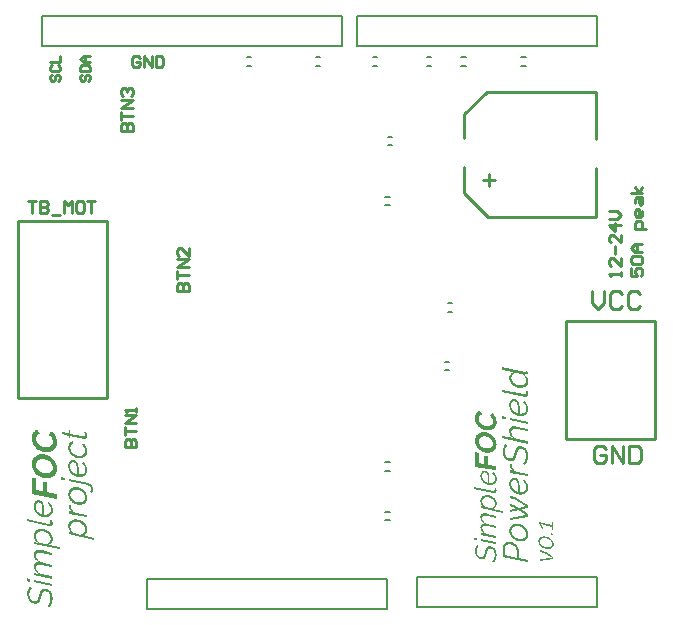
<source format=gto>
G04*
G04 #@! TF.GenerationSoftware,Altium Limited,Altium Designer,18.0.7 (293)*
G04*
G04 Layer_Color=65535*
%FSLAX25Y25*%
%MOIN*%
G70*
G01*
G75*
%ADD10C,0.01000*%
%ADD11C,0.00787*%
G36*
X236500Y33418D02*
Y30694D01*
X235981Y30803D01*
Y31933D01*
X232400Y32698D01*
X232419Y32680D01*
X232464Y32634D01*
X232537Y32543D01*
X232619Y32425D01*
X232628Y32416D01*
X232637Y32398D01*
X232656Y32361D01*
X232683Y32316D01*
X232719Y32252D01*
X232756Y32188D01*
X232838Y32042D01*
Y32033D01*
X232856Y32006D01*
X232874Y31960D01*
X232892Y31915D01*
X232920Y31842D01*
X232947Y31778D01*
X233002Y31614D01*
Y31605D01*
X233011Y31578D01*
X233020Y31541D01*
X233029Y31487D01*
X233056Y31368D01*
X233066Y31250D01*
X232519Y31368D01*
Y31405D01*
X232510Y31441D01*
X232501Y31487D01*
X232492Y31550D01*
X232473Y31623D01*
X232446Y31705D01*
X232410Y31787D01*
X232400Y31796D01*
X232391Y31833D01*
X232364Y31878D01*
X232337Y31942D01*
X232300Y32006D01*
X232255Y32088D01*
X232154Y32252D01*
X232145Y32261D01*
X232127Y32288D01*
X232100Y32334D01*
X232063Y32388D01*
X231981Y32516D01*
X231890Y32644D01*
X231881Y32653D01*
X231872Y32671D01*
X231818Y32735D01*
X231763Y32798D01*
X231735Y32826D01*
X231717Y32844D01*
Y33418D01*
X235981Y32516D01*
Y33527D01*
X236500Y33418D01*
D02*
G37*
G36*
Y29601D02*
Y29109D01*
X235680Y29291D01*
Y29774D01*
X236500Y29601D01*
D02*
G37*
G36*
X233612Y28672D02*
X233685D01*
X233840Y28653D01*
X234031Y28626D01*
X234232Y28590D01*
X234450Y28535D01*
X234669Y28462D01*
X234678D01*
X234696Y28453D01*
X234723Y28444D01*
X234769Y28426D01*
X234815Y28398D01*
X234869Y28371D01*
X235006Y28307D01*
X235170Y28225D01*
X235334Y28125D01*
X235507Y28007D01*
X235671Y27879D01*
X235689Y27861D01*
X235744Y27815D01*
X235817Y27742D01*
X235908Y27642D01*
X236017Y27515D01*
X236126Y27369D01*
X236236Y27214D01*
X236336Y27041D01*
Y27032D01*
X236345Y27023D01*
X236354Y26995D01*
X236372Y26959D01*
X236418Y26868D01*
X236454Y26740D01*
X236500Y26595D01*
X236546Y26431D01*
X236573Y26248D01*
X236582Y26057D01*
Y25993D01*
X236573Y25930D01*
X236564Y25848D01*
X236546Y25747D01*
X236527Y25638D01*
X236491Y25520D01*
X236445Y25410D01*
X236436Y25401D01*
X236418Y25365D01*
X236382Y25310D01*
X236336Y25246D01*
X236281Y25164D01*
X236218Y25091D01*
X236136Y25010D01*
X236045Y24927D01*
X236035Y24918D01*
X235999Y24891D01*
X235944Y24855D01*
X235871Y24818D01*
X235780Y24764D01*
X235671Y24709D01*
X235553Y24663D01*
X235425Y24618D01*
X235407D01*
X235361Y24600D01*
X235288Y24590D01*
X235197Y24572D01*
X235079Y24554D01*
X234951Y24536D01*
X234805Y24527D01*
X234651Y24518D01*
X234642D01*
X234623D01*
X234587D01*
X234541D01*
X234478Y24527D01*
X234414D01*
X234250Y24545D01*
X234058Y24572D01*
X233858Y24609D01*
X233640Y24663D01*
X233421Y24736D01*
X233412D01*
X233394Y24745D01*
X233366Y24764D01*
X233321Y24773D01*
X233275Y24800D01*
X233220Y24827D01*
X233084Y24891D01*
X232929Y24973D01*
X232756Y25073D01*
X232592Y25183D01*
X232428Y25310D01*
X232419D01*
X232410Y25328D01*
X232355Y25374D01*
X232282Y25447D01*
X232182Y25556D01*
X232072Y25675D01*
X231963Y25820D01*
X231854Y25975D01*
X231754Y26148D01*
Y26157D01*
X231745Y26166D01*
X231726Y26194D01*
X231717Y26230D01*
X231672Y26321D01*
X231626Y26449D01*
X231581Y26595D01*
X231535Y26768D01*
X231508Y26950D01*
X231499Y27141D01*
Y27196D01*
X231508Y27269D01*
X231517Y27351D01*
X231535Y27451D01*
X231562Y27551D01*
X231599Y27661D01*
X231644Y27770D01*
X231653Y27779D01*
X231672Y27815D01*
X231708Y27870D01*
X231754Y27943D01*
X231808Y28016D01*
X231881Y28098D01*
X231963Y28180D01*
X232054Y28262D01*
X232063Y28271D01*
X232100Y28298D01*
X232154Y28335D01*
X232227Y28380D01*
X232318Y28426D01*
X232419Y28480D01*
X232537Y28526D01*
X232665Y28572D01*
X232683Y28581D01*
X232729Y28590D01*
X232801Y28608D01*
X232892Y28626D01*
X233011Y28644D01*
X233148Y28663D01*
X233293Y28681D01*
X233448D01*
X233457D01*
X233475D01*
X233512D01*
X233558D01*
X233612Y28672D01*
D02*
G37*
G36*
X232164Y24180D02*
X232191Y24171D01*
X232237Y24162D01*
X232291Y24144D01*
X232355Y24117D01*
X232428Y24098D01*
X232510Y24062D01*
X232610Y24026D01*
X232710Y23989D01*
X232947Y23898D01*
X233211Y23789D01*
X233512Y23652D01*
X233831Y23506D01*
X234168Y23333D01*
X234532Y23133D01*
X234906Y22914D01*
X235297Y22677D01*
X235689Y22413D01*
X236099Y22122D01*
X236500Y21803D01*
Y21192D01*
X232136Y20500D01*
Y21092D01*
X235981Y21630D01*
X235972Y21639D01*
X235935Y21666D01*
X235890Y21702D01*
X235817Y21748D01*
X235735Y21812D01*
X235625Y21885D01*
X235516Y21967D01*
X235389Y22058D01*
X235243Y22149D01*
X235097Y22249D01*
X234769Y22459D01*
X234423Y22668D01*
X234058Y22869D01*
X234049Y22878D01*
X234013Y22887D01*
X233958Y22914D01*
X233885Y22951D01*
X233803Y22996D01*
X233694Y23042D01*
X233576Y23096D01*
X233448Y23160D01*
X233312Y23215D01*
X233157Y23279D01*
X232829Y23406D01*
X232492Y23525D01*
X232136Y23634D01*
Y24190D01*
X232145D01*
X232164Y24180D01*
D02*
G37*
G36*
X213718Y50626D02*
X213784Y50615D01*
X213849Y50604D01*
X214024Y50549D01*
X214210Y50473D01*
X214308Y50418D01*
X214407Y50342D01*
X214505Y50265D01*
X214593Y50178D01*
X214680Y50068D01*
X214757Y49948D01*
Y49937D01*
X214768Y49915D01*
X214789Y49872D01*
X214811Y49817D01*
X214844Y49751D01*
X214877Y49664D01*
X214910Y49555D01*
X214942Y49435D01*
X214986Y49292D01*
X215019Y49139D01*
X215052Y48965D01*
X215073Y48768D01*
X215106Y48560D01*
X215117Y48342D01*
X215139Y48101D01*
Y47467D01*
X215128Y47238D01*
Y47117D01*
X215117Y47030D01*
Y46921D01*
X215106Y46800D01*
Y46669D01*
X215095Y46527D01*
X215106D01*
X215139Y46516D01*
X215194D01*
X215248Y46505D01*
X215259D01*
X215292D01*
X215336D01*
X215380D01*
X215390D01*
X215434D01*
X215511D01*
X215587Y46516D01*
X215697Y46527D01*
X215806Y46538D01*
X216035Y46593D01*
X216046D01*
X216090Y46615D01*
X216145Y46636D01*
X216221Y46669D01*
X216298Y46702D01*
X216396Y46746D01*
X216582Y46866D01*
X216593Y46877D01*
X216615Y46899D01*
X216658Y46942D01*
X216713Y46997D01*
X216768Y47063D01*
X216833Y47139D01*
X216953Y47314D01*
Y47325D01*
X216975Y47358D01*
X216997Y47423D01*
X217019Y47500D01*
X217041Y47587D01*
X217063Y47697D01*
X217074Y47817D01*
X217085Y47948D01*
Y48046D01*
X217074Y48101D01*
Y48177D01*
X217052Y48265D01*
X217019Y48451D01*
Y48462D01*
X217008Y48494D01*
X216986Y48538D01*
X216964Y48604D01*
X216899Y48757D01*
X216822Y48921D01*
X216811Y48932D01*
X216800Y48965D01*
X216768Y49008D01*
X216735Y49063D01*
X216636Y49194D01*
X216516Y49336D01*
X216505Y49347D01*
X216483Y49369D01*
X216451Y49402D01*
X216396Y49456D01*
X216265Y49555D01*
X216112Y49664D01*
X216276Y50221D01*
X216287Y50210D01*
X216331Y50189D01*
X216385Y50156D01*
X216451Y50101D01*
X216538Y50036D01*
X216626Y49959D01*
X216822Y49784D01*
X216833Y49773D01*
X216866Y49740D01*
X216910Y49686D01*
X216964Y49609D01*
X217030Y49533D01*
X217096Y49435D01*
X217238Y49205D01*
X217249Y49194D01*
X217270Y49150D01*
X217292Y49085D01*
X217336Y49008D01*
X217380Y48899D01*
X217424Y48790D01*
X217500Y48538D01*
Y48527D01*
X217511Y48484D01*
X217533Y48407D01*
X217544Y48320D01*
X217566Y48221D01*
X217587Y48101D01*
X217598Y47828D01*
Y47751D01*
X217587Y47653D01*
X217577Y47544D01*
X217555Y47401D01*
X217533Y47259D01*
X217489Y47106D01*
X217434Y46964D01*
X217424Y46953D01*
X217402Y46899D01*
X217358Y46833D01*
X217314Y46746D01*
X217238Y46647D01*
X217161Y46538D01*
X217074Y46429D01*
X216964Y46330D01*
X216953Y46319D01*
X216910Y46287D01*
X216844Y46243D01*
X216757Y46188D01*
X216658Y46123D01*
X216538Y46068D01*
X216407Y46003D01*
X216265Y45948D01*
X216243D01*
X216199Y45926D01*
X216112Y45904D01*
X216003Y45882D01*
X215871Y45860D01*
X215729Y45838D01*
X215565Y45828D01*
X215390Y45817D01*
X215380D01*
X215358D01*
X215325D01*
X215281D01*
X215161Y45828D01*
X215008Y45849D01*
X214822Y45871D01*
X214625Y45915D01*
X214407Y45981D01*
X214188Y46057D01*
X214177D01*
X214166Y46068D01*
X214134Y46079D01*
X214090Y46101D01*
X213981Y46156D01*
X213839Y46232D01*
X213685Y46319D01*
X213511Y46440D01*
X213336Y46571D01*
X213172Y46713D01*
X213150Y46735D01*
X213095Y46789D01*
X213019Y46877D01*
X212909Y46997D01*
X212800Y47150D01*
X212680Y47314D01*
X212560Y47511D01*
X212450Y47719D01*
Y47729D01*
X212439Y47740D01*
X212428Y47773D01*
X212407Y47817D01*
X212363Y47937D01*
X212308Y48090D01*
X212264Y48276D01*
X212221Y48484D01*
X212188Y48724D01*
X212177Y48965D01*
Y49096D01*
X212188Y49183D01*
X212199Y49281D01*
X212210Y49391D01*
X212264Y49620D01*
Y49631D01*
X212276Y49675D01*
X212297Y49730D01*
X212330Y49806D01*
X212418Y49970D01*
X212538Y50145D01*
X212549Y50156D01*
X212571Y50189D01*
X212603Y50221D01*
X212658Y50276D01*
X212724Y50331D01*
X212800Y50396D01*
X212975Y50506D01*
X212986Y50517D01*
X213019Y50528D01*
X213073Y50549D01*
X213150Y50571D01*
X213237Y50593D01*
X213347Y50615D01*
X213456Y50637D01*
X213587D01*
X213598D01*
X213620D01*
X213664D01*
X213718Y50626D01*
D02*
G37*
G36*
X216320Y43948D02*
X216331D01*
X216352Y43937D01*
X216418Y43926D01*
X216440D01*
X216494D01*
X216516D01*
X216560Y43937D01*
X216636Y43948D01*
X216713Y43991D01*
X216800Y44046D01*
X216877Y44133D01*
X216921Y44254D01*
X216943Y44319D01*
Y44483D01*
X216932Y44560D01*
X216910Y44658D01*
Y44669D01*
X216899Y44680D01*
X216888Y44756D01*
X216866Y44844D01*
X216833Y44953D01*
X217380Y44931D01*
Y44920D01*
X217391Y44899D01*
X217413Y44855D01*
X217424Y44800D01*
X217445Y44724D01*
X217467Y44647D01*
X217511Y44450D01*
Y44440D01*
X217522Y44407D01*
Y44352D01*
X217533Y44287D01*
X217544Y44133D01*
X217555Y43980D01*
Y43915D01*
X217544Y43849D01*
X217533Y43773D01*
X217511Y43674D01*
X217478Y43576D01*
X217434Y43478D01*
X217369Y43390D01*
X217358Y43379D01*
X217336Y43357D01*
X217292Y43325D01*
X217227Y43292D01*
X217161Y43248D01*
X217063Y43215D01*
X216953Y43194D01*
X216833Y43183D01*
X216822D01*
X216790D01*
X216746D01*
X216702Y43194D01*
X216691D01*
X216658Y43204D01*
X216604Y43215D01*
X216549Y43226D01*
X210166Y44571D01*
Y45259D01*
X216320Y43948D01*
D02*
G37*
G36*
X214603Y42461D02*
X214757Y42439D01*
X214931Y42417D01*
X215139Y42374D01*
X215358Y42319D01*
X215576Y42243D01*
X215587D01*
X215598Y42232D01*
X215631Y42221D01*
X215675Y42199D01*
X215784Y42144D01*
X215926Y42079D01*
X216079Y41991D01*
X216254Y41882D01*
X216440Y41751D01*
X216615Y41609D01*
X216636Y41587D01*
X216691Y41543D01*
X216768Y41456D01*
X216877Y41346D01*
X216986Y41204D01*
X217107Y41051D01*
X217227Y40876D01*
X217336Y40680D01*
Y40669D01*
X217347Y40658D01*
X217380Y40592D01*
X217424Y40483D01*
X217467Y40341D01*
X217511Y40177D01*
X217555Y39991D01*
X217587Y39794D01*
X217598Y39576D01*
Y39510D01*
X217587Y39466D01*
X217577Y39357D01*
X217555Y39204D01*
X217522Y39040D01*
X217456Y38865D01*
X217380Y38690D01*
X217270Y38526D01*
X217260Y38504D01*
X217205Y38461D01*
X217139Y38384D01*
X217041Y38308D01*
X216910Y38209D01*
X216768Y38111D01*
X216604Y38024D01*
X216418Y37947D01*
X219631Y37258D01*
Y36581D01*
X212264Y38144D01*
Y38745D01*
X213269Y38540D01*
X213270Y38537D01*
X213281D01*
X213269Y38540D01*
X213259Y38559D01*
X213194Y38614D01*
X213106Y38690D01*
X212997Y38811D01*
X212866Y38953D01*
X212735Y39106D01*
X212603Y39291D01*
X212483Y39488D01*
Y39499D01*
X212472Y39510D01*
X212450Y39543D01*
X212439Y39587D01*
X212385Y39696D01*
X212330Y39838D01*
X212276Y40013D01*
X212221Y40199D01*
X212188Y40406D01*
X212177Y40614D01*
Y40690D01*
X212188Y40767D01*
X212199Y40876D01*
X212221Y40997D01*
X212254Y41128D01*
X212297Y41259D01*
X212363Y41390D01*
X212374Y41401D01*
X212396Y41445D01*
X212439Y41510D01*
X212483Y41598D01*
X212560Y41685D01*
X212636Y41783D01*
X212735Y41882D01*
X212844Y41980D01*
X212855Y41991D01*
X212898Y42024D01*
X212953Y42068D01*
X213041Y42111D01*
X213139Y42177D01*
X213259Y42232D01*
X213401Y42286D01*
X213543Y42341D01*
X213565Y42352D01*
X213609Y42363D01*
X213696Y42385D01*
X213795Y42406D01*
X213926Y42428D01*
X214068Y42450D01*
X214221Y42472D01*
X214374D01*
X214385D01*
X214396D01*
X214429D01*
X214483D01*
X214603Y42461D01*
D02*
G37*
G36*
X213631Y36384D02*
X213751D01*
X213893Y36362D01*
X214057Y36340D01*
X214243Y36318D01*
X214440Y36275D01*
X217500Y35619D01*
Y34930D01*
X214582Y35543D01*
X214571D01*
X214538Y35553D01*
X214494Y35564D01*
X214440Y35575D01*
X214298Y35597D01*
X214144Y35619D01*
X214134D01*
X214112Y35630D01*
X214068D01*
X214013Y35641D01*
X213893Y35652D01*
X213762D01*
X213751D01*
X213718D01*
X213674D01*
X213609Y35641D01*
X213543Y35630D01*
X213456Y35608D01*
X213281Y35553D01*
X213194Y35510D01*
X213106Y35455D01*
X213019Y35389D01*
X212953Y35313D01*
X212888Y35225D01*
X212844Y35116D01*
X212811Y34996D01*
X212800Y34854D01*
Y34745D01*
X212811Y34679D01*
X212822Y34592D01*
X212844Y34493D01*
X212909Y34286D01*
Y34275D01*
X212931Y34242D01*
X212953Y34187D01*
X212986Y34122D01*
X213030Y34034D01*
X213084Y33947D01*
X213226Y33761D01*
X213237Y33750D01*
X213259Y33717D01*
X213303Y33673D01*
X213357Y33608D01*
X213434Y33531D01*
X213511Y33455D01*
X213707Y33291D01*
X213718Y33280D01*
X213751Y33258D01*
X213806Y33214D01*
X213882Y33171D01*
X213970Y33105D01*
X214079Y33050D01*
X214308Y32919D01*
X217500Y32252D01*
Y31564D01*
X214582Y32176D01*
X214571D01*
X214538Y32187D01*
X214494Y32198D01*
X214429Y32209D01*
X214287Y32231D01*
X214123Y32252D01*
X214112D01*
X214090Y32263D01*
X214046D01*
X213991Y32274D01*
X213871Y32285D01*
X213740D01*
X213729D01*
X213696D01*
X213653D01*
X213598Y32274D01*
X213522Y32263D01*
X213445Y32242D01*
X213270Y32187D01*
X213183Y32143D01*
X213095Y32089D01*
X213019Y32034D01*
X212942Y31957D01*
X212888Y31859D01*
X212844Y31761D01*
X212811Y31640D01*
X212800Y31498D01*
Y31444D01*
X212811Y31400D01*
X212822Y31291D01*
X212855Y31149D01*
X212898Y30985D01*
X212975Y30799D01*
X213073Y30602D01*
X213215Y30405D01*
Y30394D01*
X213237Y30384D01*
X213292Y30318D01*
X213379Y30220D01*
X213500Y30099D01*
X213653Y29968D01*
X213839Y29826D01*
X214057Y29684D01*
X214298Y29553D01*
X217500Y28875D01*
Y28198D01*
X212264Y29301D01*
Y29935D01*
X213444Y29676D01*
X213445Y29673D01*
X213456D01*
X213444Y29676D01*
X213434Y29695D01*
X213401Y29717D01*
X213357Y29750D01*
X213248Y29837D01*
X213117Y29957D01*
X212964Y30099D01*
X212800Y30274D01*
X212658Y30460D01*
X212516Y30668D01*
Y30679D01*
X212505Y30689D01*
X212483Y30722D01*
X212461Y30766D01*
X212407Y30875D01*
X212341Y31028D01*
X212286Y31203D01*
X212232Y31400D01*
X212188Y31608D01*
X212177Y31826D01*
Y31925D01*
X212199Y32034D01*
X212221Y32165D01*
X212264Y32307D01*
X212330Y32460D01*
X212418Y32602D01*
X212538Y32722D01*
X212549Y32733D01*
X212603Y32766D01*
X212680Y32821D01*
X212789Y32875D01*
X212931Y32919D01*
X213106Y32974D01*
X213314Y33007D01*
X213543Y33018D01*
X213532Y33029D01*
X213511Y33040D01*
X213478Y33061D01*
X213434Y33094D01*
X213314Y33193D01*
X213161Y33313D01*
X212997Y33466D01*
X212833Y33641D01*
X212669Y33837D01*
X212527Y34045D01*
Y34056D01*
X212516Y34067D01*
X212494Y34100D01*
X212472Y34143D01*
X212418Y34264D01*
X212352Y34406D01*
X212286Y34592D01*
X212232Y34788D01*
X212188Y35007D01*
X212177Y35225D01*
Y35324D01*
X212199Y35444D01*
X212221Y35575D01*
X212264Y35728D01*
X212319Y35870D01*
X212407Y36013D01*
X212516Y36122D01*
X212527Y36133D01*
X212581Y36165D01*
X212658Y36209D01*
X212756Y36264D01*
X212898Y36308D01*
X213062Y36351D01*
X213248Y36384D01*
X213467Y36395D01*
X213489D01*
X213543D01*
X213631Y36384D01*
D02*
G37*
G36*
X211172Y28088D02*
Y27400D01*
X210166Y27607D01*
Y28296D01*
X211172Y28088D01*
D02*
G37*
G36*
X217500Y26733D02*
Y26055D01*
X212264Y27159D01*
Y27848D01*
X217500Y26733D01*
D02*
G37*
G36*
X211707Y25531D02*
X211696Y25520D01*
X211652Y25498D01*
X211587Y25443D01*
X211510Y25378D01*
X211412Y25290D01*
X211325Y25181D01*
X211237Y25039D01*
X211150Y24886D01*
X211139Y24864D01*
X211117Y24809D01*
X211084Y24711D01*
X211040Y24591D01*
X211008Y24438D01*
X210975Y24263D01*
X210953Y24066D01*
X210942Y23847D01*
Y23760D01*
X210953Y23662D01*
Y23541D01*
X210975Y23399D01*
X210997Y23246D01*
X211018Y23093D01*
X211062Y22940D01*
Y22929D01*
X211084Y22875D01*
X211106Y22809D01*
X211150Y22722D01*
X211193Y22623D01*
X211248Y22525D01*
X211314Y22415D01*
X211390Y22317D01*
X211401Y22306D01*
X211423Y22273D01*
X211467Y22230D01*
X211532Y22186D01*
X211609Y22120D01*
X211685Y22066D01*
X211784Y22011D01*
X211893Y21957D01*
X211904D01*
X211937Y21935D01*
X212002Y21924D01*
X212079Y21902D01*
X212166Y21880D01*
X212276Y21869D01*
X212505Y21847D01*
X212516D01*
X212549D01*
X212592Y21858D01*
X212647D01*
X212778Y21891D01*
X212920Y21946D01*
X212931D01*
X212953Y21967D01*
X212986Y21989D01*
X213019Y22022D01*
X213128Y22109D01*
X213226Y22241D01*
Y22252D01*
X213248Y22273D01*
X213270Y22317D01*
X213303Y22383D01*
X213336Y22459D01*
X213369Y22536D01*
X213412Y22634D01*
X213445Y22743D01*
Y22754D01*
X213456Y22798D01*
X213478Y22864D01*
X213500Y22951D01*
X213532Y23050D01*
X213565Y23170D01*
X213598Y23312D01*
X213631Y23454D01*
Y23476D01*
X213653Y23530D01*
X213674Y23607D01*
X213696Y23716D01*
X213740Y23836D01*
X213773Y23979D01*
X213871Y24252D01*
Y24263D01*
X213893Y24317D01*
X213915Y24383D01*
X213959Y24459D01*
X214002Y24558D01*
X214046Y24667D01*
X214177Y24864D01*
X214188Y24875D01*
X214210Y24908D01*
X214254Y24951D01*
X214298Y25017D01*
X214363Y25082D01*
X214440Y25148D01*
X214527Y25214D01*
X214625Y25268D01*
X214636Y25279D01*
X214669Y25290D01*
X214724Y25312D01*
X214800Y25345D01*
X214899Y25367D01*
X215008Y25389D01*
X215128Y25399D01*
X215259Y25410D01*
X215270D01*
X215281D01*
X215314D01*
X215358D01*
X215467Y25399D01*
X215598Y25378D01*
X215762Y25356D01*
X215937Y25312D01*
X216101Y25257D01*
X216276Y25181D01*
X216298Y25170D01*
X216341Y25137D01*
X216429Y25093D01*
X216527Y25028D01*
X216636Y24940D01*
X216757Y24831D01*
X216877Y24711D01*
X216986Y24569D01*
X216997Y24547D01*
X217030Y24503D01*
X217085Y24416D01*
X217150Y24306D01*
X217216Y24164D01*
X217281Y24011D01*
X217358Y23836D01*
X217413Y23640D01*
Y23629D01*
X217424Y23618D01*
Y23585D01*
X217434Y23552D01*
X217456Y23443D01*
X217478Y23301D01*
X217511Y23137D01*
X217533Y22940D01*
X217544Y22733D01*
X217555Y22503D01*
Y22437D01*
X217544Y22350D01*
X217533Y22241D01*
X217522Y22109D01*
X217500Y21946D01*
X217467Y21782D01*
X217424Y21596D01*
X217369Y21399D01*
X217303Y21191D01*
X217216Y20984D01*
X217118Y20776D01*
X217008Y20568D01*
X216866Y20372D01*
X216713Y20175D01*
X216527Y20000D01*
X215959Y20459D01*
X215981Y20470D01*
X216024Y20514D01*
X216101Y20579D01*
X216199Y20667D01*
X216309Y20787D01*
X216429Y20929D01*
X216549Y21104D01*
X216658Y21301D01*
Y21312D01*
X216669Y21323D01*
X216680Y21355D01*
X216702Y21399D01*
X216724Y21454D01*
X216746Y21519D01*
X216800Y21683D01*
X216855Y21880D01*
X216899Y22109D01*
X216932Y22372D01*
X216943Y22656D01*
Y22743D01*
X216932Y22809D01*
Y22885D01*
X216921Y22973D01*
X216899Y23181D01*
X216855Y23410D01*
X216790Y23651D01*
X216691Y23891D01*
X216571Y24099D01*
Y24110D01*
X216549Y24121D01*
X216494Y24186D01*
X216407Y24274D01*
X216287Y24372D01*
X216134Y24470D01*
X215948Y24547D01*
X215729Y24612D01*
X215609Y24623D01*
X215478Y24634D01*
X215467D01*
X215434D01*
X215380Y24623D01*
X215325D01*
X215183Y24580D01*
X215106Y24558D01*
X215030Y24514D01*
X215019D01*
X214997Y24492D01*
X214964Y24470D01*
X214920Y24427D01*
X214866Y24383D01*
X214811Y24328D01*
X214757Y24252D01*
X214702Y24175D01*
X214691Y24164D01*
X214680Y24132D01*
X214647Y24088D01*
X214615Y24022D01*
X214571Y23946D01*
X214527Y23858D01*
X214494Y23749D01*
X214451Y23629D01*
Y23618D01*
X214429Y23574D01*
X214407Y23508D01*
X214385Y23421D01*
X214352Y23312D01*
X214308Y23181D01*
X214276Y23039D01*
X214232Y22885D01*
X214221Y22864D01*
X214210Y22809D01*
X214188Y22733D01*
X214155Y22634D01*
X214123Y22514D01*
X214079Y22383D01*
X213991Y22120D01*
X213981Y22109D01*
X213970Y22066D01*
X213937Y22000D01*
X213904Y21924D01*
X213817Y21738D01*
X213696Y21552D01*
X213685Y21541D01*
X213664Y21519D01*
X213631Y21476D01*
X213576Y21421D01*
X213456Y21312D01*
X213292Y21202D01*
X213281D01*
X213248Y21180D01*
X213194Y21170D01*
X213128Y21148D01*
X213052Y21126D01*
X212953Y21104D01*
X212844Y21093D01*
X212724Y21082D01*
X212713D01*
X212702D01*
X212669D01*
X212625D01*
X212527Y21093D01*
X212385Y21115D01*
X212232Y21137D01*
X212068Y21170D01*
X211893Y21224D01*
X211718Y21301D01*
X211696Y21312D01*
X211642Y21344D01*
X211565Y21399D01*
X211456Y21465D01*
X211335Y21552D01*
X211215Y21661D01*
X211084Y21782D01*
X210964Y21924D01*
X210953Y21946D01*
X210909Y21989D01*
X210855Y22077D01*
X210789Y22186D01*
X210701Y22317D01*
X210625Y22481D01*
X210548Y22656D01*
X210483Y22842D01*
Y22853D01*
X210472Y22864D01*
Y22896D01*
X210461Y22929D01*
X210428Y23039D01*
X210396Y23181D01*
X210374Y23356D01*
X210341Y23541D01*
X210330Y23749D01*
X210319Y23979D01*
Y24088D01*
X210330Y24219D01*
X210341Y24383D01*
X210374Y24558D01*
X210406Y24755D01*
X210461Y24962D01*
X210538Y25148D01*
Y25159D01*
X210548Y25170D01*
X210570Y25236D01*
X210625Y25323D01*
X210691Y25443D01*
X210778Y25574D01*
X210876Y25716D01*
X210997Y25859D01*
X211139Y25990D01*
X211707Y25531D01*
D02*
G37*
G36*
X226967Y83457D02*
X226980D01*
X227031D01*
X227069Y83444D01*
X227108D01*
X227120D01*
X227133D01*
X227197Y83469D01*
X227235Y83495D01*
X227273Y83533D01*
X227286Y83584D01*
X227299Y83661D01*
X228000Y83508D01*
Y83316D01*
X228013Y83227D01*
Y83176D01*
X228000Y83125D01*
Y83074D01*
X227962Y82921D01*
X227885Y82794D01*
X227860Y82768D01*
X227796Y82730D01*
X227694Y82679D01*
X227630Y82666D01*
X227567Y82653D01*
X227554D01*
X227503D01*
X227426Y82666D01*
X227337Y82679D01*
X227324D01*
X227311D01*
X227273Y82692D01*
X227209Y82705D01*
X227146Y82717D01*
X227057Y82730D01*
X226955Y82756D01*
X226827Y82781D01*
X226852Y82756D01*
X226929Y82692D01*
X227031Y82603D01*
X227158Y82462D01*
X227311Y82297D01*
X227477Y82105D01*
X227630Y81889D01*
X227770Y81646D01*
Y81634D01*
X227783Y81621D01*
X227796Y81582D01*
X227821Y81532D01*
X227885Y81404D01*
X227936Y81238D01*
X228000Y81047D01*
X228064Y80818D01*
X228102Y80588D01*
X228115Y80358D01*
Y80269D01*
X228102Y80167D01*
X228089Y80053D01*
X228064Y79900D01*
X228026Y79747D01*
X227975Y79581D01*
X227911Y79428D01*
X227898Y79415D01*
X227872Y79364D01*
X227821Y79287D01*
X227770Y79198D01*
X227681Y79084D01*
X227592Y78982D01*
X227490Y78867D01*
X227362Y78752D01*
X227350Y78739D01*
X227299Y78701D01*
X227222Y78650D01*
X227120Y78599D01*
X227006Y78522D01*
X226865Y78446D01*
X226712Y78382D01*
X226547Y78319D01*
X226521D01*
X226470Y78293D01*
X226368Y78280D01*
X226253Y78255D01*
X226100Y78229D01*
X225935Y78204D01*
X225756Y78191D01*
X225565Y78178D01*
X225552D01*
X225526D01*
X225488D01*
X225437D01*
X225297Y78191D01*
X225118Y78216D01*
X224902Y78242D01*
X224672Y78293D01*
X224417Y78369D01*
X224162Y78459D01*
X224149D01*
X224137Y78471D01*
X224098Y78484D01*
X224047Y78510D01*
X223920Y78574D01*
X223754Y78663D01*
X223563Y78765D01*
X223359Y78892D01*
X223155Y79032D01*
X222951Y79198D01*
X222925Y79224D01*
X222862Y79287D01*
X222773Y79377D01*
X222645Y79517D01*
X222517Y79670D01*
X222377Y79861D01*
X222237Y80065D01*
X222110Y80282D01*
Y80295D01*
X222097Y80308D01*
X222084Y80346D01*
X222059Y80397D01*
X222007Y80511D01*
X221944Y80677D01*
X221893Y80869D01*
X221842Y81085D01*
X221803Y81327D01*
X221791Y81570D01*
Y81697D01*
X221816Y81825D01*
X221842Y81990D01*
X221893Y82182D01*
X221956Y82386D01*
X222059Y82590D01*
X222199Y82781D01*
X222212Y82806D01*
X222275Y82858D01*
X222352Y82947D01*
X222466Y83049D01*
X222607Y83163D01*
X222773Y83266D01*
X222964Y83368D01*
X223168Y83457D01*
X219445Y84260D01*
Y85063D01*
X226967Y83457D01*
D02*
G37*
G36*
X226623Y75998D02*
X226636D01*
X226661Y75985D01*
X226738Y75972D01*
X226763D01*
X226827D01*
X226852D01*
X226904Y75985D01*
X226993Y75998D01*
X227082Y76049D01*
X227184Y76113D01*
X227273Y76215D01*
X227324Y76355D01*
X227350Y76432D01*
Y76623D01*
X227337Y76712D01*
X227311Y76827D01*
Y76840D01*
X227299Y76852D01*
X227286Y76942D01*
X227260Y77043D01*
X227222Y77171D01*
X227860Y77145D01*
Y77133D01*
X227872Y77107D01*
X227898Y77056D01*
X227911Y76992D01*
X227936Y76903D01*
X227962Y76814D01*
X228013Y76585D01*
Y76572D01*
X228026Y76534D01*
Y76470D01*
X228038Y76393D01*
X228051Y76215D01*
X228064Y76036D01*
Y75960D01*
X228051Y75883D01*
X228038Y75794D01*
X228013Y75679D01*
X227975Y75564D01*
X227923Y75450D01*
X227847Y75348D01*
X227834Y75335D01*
X227809Y75309D01*
X227758Y75271D01*
X227681Y75233D01*
X227605Y75182D01*
X227490Y75144D01*
X227362Y75118D01*
X227222Y75106D01*
X227209D01*
X227171D01*
X227120D01*
X227069Y75118D01*
X227057D01*
X227018Y75131D01*
X226955Y75144D01*
X226891Y75156D01*
X219445Y76725D01*
Y77528D01*
X226623Y75998D01*
D02*
G37*
G36*
X223588Y74430D02*
X223665Y74417D01*
X223742Y74404D01*
X223945Y74340D01*
X224162Y74251D01*
X224277Y74187D01*
X224392Y74098D01*
X224506Y74009D01*
X224608Y73907D01*
X224710Y73779D01*
X224800Y73639D01*
Y73627D01*
X224813Y73601D01*
X224838Y73550D01*
X224864Y73486D01*
X224902Y73410D01*
X224940Y73308D01*
X224978Y73180D01*
X225016Y73040D01*
X225067Y72874D01*
X225106Y72696D01*
X225144Y72492D01*
X225169Y72262D01*
X225208Y72020D01*
X225220Y71765D01*
X225246Y71485D01*
Y70745D01*
X225233Y70477D01*
Y70337D01*
X225220Y70235D01*
Y70108D01*
X225208Y69967D01*
Y69814D01*
X225195Y69648D01*
X225208D01*
X225246Y69636D01*
X225310D01*
X225374Y69623D01*
X225386D01*
X225425D01*
X225476D01*
X225526D01*
X225539D01*
X225590D01*
X225679D01*
X225769Y69636D01*
X225896Y69648D01*
X226024Y69661D01*
X226291Y69725D01*
X226304D01*
X226355Y69750D01*
X226419Y69776D01*
X226508Y69814D01*
X226597Y69853D01*
X226712Y69903D01*
X226929Y70044D01*
X226942Y70056D01*
X226967Y70082D01*
X227018Y70133D01*
X227082Y70197D01*
X227146Y70273D01*
X227222Y70363D01*
X227362Y70566D01*
Y70579D01*
X227388Y70618D01*
X227414Y70694D01*
X227439Y70783D01*
X227465Y70885D01*
X227490Y71013D01*
X227503Y71153D01*
X227516Y71306D01*
Y71421D01*
X227503Y71485D01*
Y71574D01*
X227477Y71676D01*
X227439Y71892D01*
Y71905D01*
X227426Y71943D01*
X227401Y71995D01*
X227375Y72071D01*
X227299Y72250D01*
X227209Y72441D01*
X227197Y72453D01*
X227184Y72492D01*
X227146Y72543D01*
X227108Y72606D01*
X226993Y72759D01*
X226852Y72925D01*
X226840Y72938D01*
X226814Y72964D01*
X226776Y73002D01*
X226712Y73066D01*
X226559Y73180D01*
X226381Y73308D01*
X226572Y73958D01*
X226585Y73945D01*
X226636Y73920D01*
X226699Y73882D01*
X226776Y73818D01*
X226878Y73741D01*
X226980Y73652D01*
X227209Y73448D01*
X227222Y73435D01*
X227260Y73397D01*
X227311Y73333D01*
X227375Y73244D01*
X227452Y73155D01*
X227528Y73040D01*
X227694Y72772D01*
X227707Y72759D01*
X227732Y72708D01*
X227758Y72632D01*
X227809Y72543D01*
X227860Y72415D01*
X227911Y72288D01*
X228000Y71995D01*
Y71982D01*
X228013Y71931D01*
X228038Y71842D01*
X228051Y71740D01*
X228077Y71625D01*
X228102Y71485D01*
X228115Y71166D01*
Y71077D01*
X228102Y70962D01*
X228089Y70834D01*
X228064Y70669D01*
X228038Y70503D01*
X227987Y70324D01*
X227923Y70158D01*
X227911Y70146D01*
X227885Y70082D01*
X227834Y70006D01*
X227783Y69903D01*
X227694Y69789D01*
X227605Y69661D01*
X227503Y69534D01*
X227375Y69419D01*
X227362Y69406D01*
X227311Y69368D01*
X227235Y69317D01*
X227133Y69253D01*
X227018Y69177D01*
X226878Y69113D01*
X226725Y69037D01*
X226559Y68973D01*
X226534D01*
X226483Y68947D01*
X226381Y68922D01*
X226253Y68896D01*
X226100Y68871D01*
X225935Y68845D01*
X225743Y68832D01*
X225539Y68820D01*
X225526D01*
X225501D01*
X225463D01*
X225412D01*
X225272Y68832D01*
X225093Y68858D01*
X224876Y68884D01*
X224647Y68935D01*
X224392Y69011D01*
X224137Y69100D01*
X224124D01*
X224111Y69113D01*
X224073Y69126D01*
X224022Y69151D01*
X223895Y69215D01*
X223729Y69304D01*
X223550Y69406D01*
X223346Y69547D01*
X223142Y69700D01*
X222951Y69865D01*
X222925Y69891D01*
X222862Y69955D01*
X222773Y70056D01*
X222645Y70197D01*
X222517Y70375D01*
X222377Y70566D01*
X222237Y70796D01*
X222110Y71038D01*
Y71051D01*
X222097Y71064D01*
X222084Y71102D01*
X222059Y71153D01*
X222007Y71293D01*
X221944Y71472D01*
X221893Y71688D01*
X221842Y71931D01*
X221803Y72211D01*
X221791Y72492D01*
Y72645D01*
X221803Y72747D01*
X221816Y72861D01*
X221829Y72989D01*
X221893Y73257D01*
Y73269D01*
X221905Y73321D01*
X221931Y73384D01*
X221969Y73474D01*
X222071Y73665D01*
X222212Y73869D01*
X222224Y73882D01*
X222250Y73920D01*
X222288Y73958D01*
X222352Y74022D01*
X222428Y74085D01*
X222517Y74162D01*
X222722Y74290D01*
X222734Y74302D01*
X222773Y74315D01*
X222836Y74340D01*
X222925Y74366D01*
X223027Y74392D01*
X223155Y74417D01*
X223283Y74442D01*
X223435D01*
X223448D01*
X223474D01*
X223525D01*
X223588Y74430D01*
D02*
G37*
G36*
X220618Y68501D02*
Y67698D01*
X219445Y67940D01*
Y68743D01*
X220618Y68501D01*
D02*
G37*
G36*
X228000Y66920D02*
Y66129D01*
X221893Y67417D01*
Y68221D01*
X228000Y66920D01*
D02*
G37*
G36*
X223652Y65352D02*
X223818Y65339D01*
X223996Y65314D01*
X224201Y65275D01*
X224430Y65237D01*
X228000Y64485D01*
Y63694D01*
X224596Y64421D01*
X224570D01*
X224506Y64434D01*
X224417Y64459D01*
X224290Y64472D01*
X224149Y64498D01*
X224009Y64510D01*
X223703Y64523D01*
X223691D01*
X223652D01*
X223588D01*
X223512Y64510D01*
X223423Y64498D01*
X223334Y64472D01*
X223104Y64395D01*
X223002Y64345D01*
X222887Y64281D01*
X222798Y64204D01*
X222696Y64102D01*
X222632Y63987D01*
X222568Y63860D01*
X222530Y63707D01*
X222517Y63529D01*
Y63477D01*
X222530Y63414D01*
Y63324D01*
X222556Y63222D01*
X222581Y63121D01*
X222607Y62993D01*
X222658Y62866D01*
Y62853D01*
X222683Y62814D01*
X222709Y62738D01*
X222747Y62661D01*
X222798Y62559D01*
X222862Y62445D01*
X223027Y62203D01*
X223040Y62190D01*
X223066Y62151D01*
X223117Y62088D01*
X223181Y62011D01*
X223257Y61922D01*
X223359Y61820D01*
X223576Y61603D01*
X223588Y61590D01*
X223627Y61565D01*
X223691Y61514D01*
X223780Y61450D01*
X223882Y61374D01*
X223996Y61297D01*
X224264Y61157D01*
X228000Y60366D01*
Y59576D01*
X219445Y61387D01*
Y62190D01*
X223268Y61377D01*
X223257Y61399D01*
X223219Y61425D01*
X223168Y61463D01*
X223040Y61565D01*
X222887Y61705D01*
X222709Y61871D01*
X222517Y62075D01*
X222352Y62305D01*
X222186Y62559D01*
Y62572D01*
X222173Y62598D01*
X222148Y62623D01*
X222122Y62687D01*
X222059Y62814D01*
X221982Y63006D01*
X221918Y63210D01*
X221854Y63452D01*
X221803Y63707D01*
X221791Y63975D01*
Y64102D01*
X221816Y64230D01*
X221842Y64395D01*
X221893Y64561D01*
X221969Y64740D01*
X222071Y64906D01*
X222212Y65046D01*
X222224Y65058D01*
X222288Y65097D01*
X222377Y65148D01*
X222505Y65211D01*
X222671Y65263D01*
X222862Y65314D01*
X223091Y65352D01*
X223346Y65364D01*
X223372D01*
X223423D01*
X223525D01*
X223652Y65352D01*
D02*
G37*
G36*
X221242Y58964D02*
X221230Y58951D01*
X221179Y58926D01*
X221102Y58862D01*
X221013Y58785D01*
X220898Y58684D01*
X220796Y58556D01*
X220694Y58390D01*
X220592Y58212D01*
X220580Y58186D01*
X220554Y58122D01*
X220516Y58008D01*
X220465Y57867D01*
X220427Y57689D01*
X220388Y57485D01*
X220363Y57256D01*
X220350Y57000D01*
Y56898D01*
X220363Y56784D01*
Y56643D01*
X220388Y56478D01*
X220414Y56299D01*
X220439Y56121D01*
X220490Y55942D01*
Y55929D01*
X220516Y55866D01*
X220541Y55789D01*
X220592Y55687D01*
X220643Y55572D01*
X220707Y55458D01*
X220783Y55330D01*
X220873Y55216D01*
X220885Y55203D01*
X220911Y55164D01*
X220962Y55114D01*
X221039Y55063D01*
X221128Y54986D01*
X221217Y54922D01*
X221332Y54858D01*
X221459Y54795D01*
X221472D01*
X221510Y54769D01*
X221587Y54756D01*
X221676Y54731D01*
X221778Y54706D01*
X221905Y54693D01*
X222173Y54667D01*
X222186D01*
X222224D01*
X222275Y54680D01*
X222339D01*
X222492Y54718D01*
X222658Y54782D01*
X222671D01*
X222696Y54808D01*
X222734Y54833D01*
X222773Y54871D01*
X222900Y54973D01*
X223015Y55126D01*
Y55139D01*
X223040Y55164D01*
X223066Y55216D01*
X223104Y55292D01*
X223142Y55381D01*
X223181Y55471D01*
X223232Y55585D01*
X223270Y55713D01*
Y55726D01*
X223283Y55777D01*
X223308Y55853D01*
X223334Y55955D01*
X223372Y56070D01*
X223410Y56210D01*
X223448Y56376D01*
X223486Y56542D01*
Y56567D01*
X223512Y56631D01*
X223537Y56720D01*
X223563Y56848D01*
X223614Y56988D01*
X223652Y57153D01*
X223767Y57472D01*
Y57485D01*
X223793Y57549D01*
X223818Y57625D01*
X223869Y57714D01*
X223920Y57829D01*
X223971Y57957D01*
X224124Y58186D01*
X224137Y58199D01*
X224162Y58237D01*
X224213Y58288D01*
X224264Y58365D01*
X224341Y58441D01*
X224430Y58518D01*
X224532Y58594D01*
X224647Y58658D01*
X224659Y58671D01*
X224698Y58684D01*
X224762Y58709D01*
X224851Y58747D01*
X224966Y58773D01*
X225093Y58798D01*
X225233Y58811D01*
X225386Y58824D01*
X225399D01*
X225412D01*
X225450D01*
X225501D01*
X225628Y58811D01*
X225781Y58785D01*
X225973Y58760D01*
X226177Y58709D01*
X226368Y58645D01*
X226572Y58556D01*
X226597Y58543D01*
X226648Y58505D01*
X226750Y58454D01*
X226865Y58377D01*
X226993Y58276D01*
X227133Y58148D01*
X227273Y58008D01*
X227401Y57842D01*
X227414Y57816D01*
X227452Y57766D01*
X227516Y57664D01*
X227592Y57536D01*
X227668Y57370D01*
X227745Y57192D01*
X227834Y56988D01*
X227898Y56758D01*
Y56745D01*
X227911Y56733D01*
Y56695D01*
X227923Y56656D01*
X227949Y56529D01*
X227975Y56363D01*
X228013Y56172D01*
X228038Y55942D01*
X228051Y55700D01*
X228064Y55432D01*
Y55356D01*
X228051Y55254D01*
X228038Y55126D01*
X228026Y54973D01*
X228000Y54782D01*
X227962Y54591D01*
X227911Y54374D01*
X227847Y54145D01*
X227770Y53902D01*
X227668Y53660D01*
X227554Y53418D01*
X227426Y53175D01*
X227260Y52946D01*
X227082Y52716D01*
X226865Y52513D01*
X226202Y53048D01*
X226228Y53061D01*
X226279Y53112D01*
X226368Y53188D01*
X226483Y53290D01*
X226610Y53430D01*
X226750Y53596D01*
X226891Y53800D01*
X227018Y54030D01*
Y54043D01*
X227031Y54055D01*
X227044Y54093D01*
X227069Y54145D01*
X227095Y54208D01*
X227120Y54285D01*
X227184Y54476D01*
X227248Y54706D01*
X227299Y54973D01*
X227337Y55279D01*
X227350Y55611D01*
Y55713D01*
X227337Y55789D01*
Y55879D01*
X227324Y55980D01*
X227299Y56223D01*
X227248Y56490D01*
X227171Y56771D01*
X227057Y57051D01*
X226916Y57294D01*
Y57306D01*
X226891Y57319D01*
X226827Y57396D01*
X226725Y57498D01*
X226585Y57613D01*
X226406Y57727D01*
X226189Y57816D01*
X225935Y57893D01*
X225794Y57906D01*
X225641Y57919D01*
X225628D01*
X225590D01*
X225526Y57906D01*
X225463D01*
X225297Y57855D01*
X225208Y57829D01*
X225118Y57778D01*
X225106D01*
X225080Y57753D01*
X225042Y57727D01*
X224991Y57676D01*
X224927Y57625D01*
X224864Y57561D01*
X224800Y57472D01*
X224736Y57383D01*
X224723Y57370D01*
X224710Y57332D01*
X224672Y57281D01*
X224634Y57205D01*
X224583Y57115D01*
X224532Y57013D01*
X224494Y56886D01*
X224443Y56745D01*
Y56733D01*
X224417Y56682D01*
X224392Y56605D01*
X224366Y56503D01*
X224328Y56376D01*
X224277Y56223D01*
X224239Y56057D01*
X224188Y55879D01*
X224175Y55853D01*
X224162Y55789D01*
X224137Y55700D01*
X224098Y55585D01*
X224060Y55445D01*
X224009Y55292D01*
X223907Y54986D01*
X223895Y54973D01*
X223882Y54922D01*
X223844Y54846D01*
X223805Y54756D01*
X223703Y54540D01*
X223563Y54323D01*
X223550Y54310D01*
X223525Y54285D01*
X223486Y54234D01*
X223423Y54170D01*
X223283Y54043D01*
X223091Y53915D01*
X223078D01*
X223040Y53890D01*
X222976Y53877D01*
X222900Y53851D01*
X222811Y53826D01*
X222696Y53800D01*
X222568Y53787D01*
X222428Y53775D01*
X222415D01*
X222403D01*
X222364D01*
X222313D01*
X222199Y53787D01*
X222033Y53813D01*
X221854Y53838D01*
X221663Y53877D01*
X221459Y53940D01*
X221255Y54030D01*
X221230Y54043D01*
X221166Y54081D01*
X221077Y54145D01*
X220949Y54221D01*
X220809Y54323D01*
X220669Y54451D01*
X220516Y54591D01*
X220375Y54756D01*
X220363Y54782D01*
X220312Y54833D01*
X220248Y54935D01*
X220171Y55063D01*
X220070Y55216D01*
X219980Y55407D01*
X219891Y55611D01*
X219814Y55827D01*
Y55840D01*
X219802Y55853D01*
Y55891D01*
X219789Y55929D01*
X219751Y56057D01*
X219712Y56223D01*
X219687Y56427D01*
X219649Y56643D01*
X219636Y56886D01*
X219623Y57153D01*
Y57281D01*
X219636Y57434D01*
X219649Y57625D01*
X219687Y57829D01*
X219725Y58059D01*
X219789Y58301D01*
X219878Y58518D01*
Y58530D01*
X219891Y58543D01*
X219917Y58620D01*
X219980Y58722D01*
X220057Y58862D01*
X220159Y59015D01*
X220273Y59181D01*
X220414Y59346D01*
X220580Y59500D01*
X221242Y58964D01*
D02*
G37*
G36*
X222594Y52755D02*
Y52678D01*
X222607Y52627D01*
Y52564D01*
X222620Y52474D01*
X222658Y52296D01*
X222709Y52066D01*
X222798Y51824D01*
X222900Y51582D01*
X223040Y51327D01*
Y51314D01*
X223053Y51301D01*
X223117Y51225D01*
X223206Y51097D01*
X223346Y50957D01*
X223512Y50791D01*
X223703Y50613D01*
X223933Y50434D01*
X224201Y50281D01*
X228000Y49478D01*
Y48687D01*
X221893Y49975D01*
Y50727D01*
X223345Y50412D01*
X223346Y50409D01*
X223359D01*
X223345Y50412D01*
X223334Y50434D01*
X223295Y50460D01*
X223244Y50485D01*
X223130Y50587D01*
X222976Y50715D01*
X222811Y50868D01*
X222632Y51034D01*
X222454Y51237D01*
X222301Y51442D01*
Y51454D01*
X222288Y51467D01*
X222237Y51543D01*
X222173Y51658D01*
X222097Y51811D01*
X222020Y51990D01*
X221956Y52194D01*
X221905Y52411D01*
X221880Y52627D01*
Y52678D01*
X221893Y52780D01*
Y52819D01*
X221905Y52908D01*
X222594Y52755D01*
D02*
G37*
G36*
X223588Y48228D02*
X223665Y48216D01*
X223742Y48203D01*
X223945Y48139D01*
X224162Y48050D01*
X224277Y47986D01*
X224392Y47897D01*
X224506Y47808D01*
X224608Y47706D01*
X224710Y47578D01*
X224800Y47438D01*
Y47425D01*
X224813Y47400D01*
X224838Y47349D01*
X224864Y47285D01*
X224902Y47208D01*
X224940Y47107D01*
X224978Y46979D01*
X225016Y46839D01*
X225067Y46673D01*
X225106Y46494D01*
X225144Y46290D01*
X225169Y46061D01*
X225208Y45819D01*
X225220Y45564D01*
X225246Y45283D01*
Y44544D01*
X225233Y44276D01*
Y44136D01*
X225220Y44034D01*
Y43906D01*
X225208Y43766D01*
Y43613D01*
X225195Y43447D01*
X225208D01*
X225246Y43435D01*
X225310D01*
X225374Y43422D01*
X225386D01*
X225425D01*
X225476D01*
X225526D01*
X225539D01*
X225590D01*
X225679D01*
X225769Y43435D01*
X225896Y43447D01*
X226024Y43460D01*
X226291Y43524D01*
X226304D01*
X226355Y43549D01*
X226419Y43575D01*
X226508Y43613D01*
X226597Y43651D01*
X226712Y43702D01*
X226929Y43843D01*
X226942Y43855D01*
X226967Y43881D01*
X227018Y43932D01*
X227082Y43995D01*
X227146Y44072D01*
X227222Y44161D01*
X227362Y44365D01*
Y44378D01*
X227388Y44416D01*
X227414Y44493D01*
X227439Y44582D01*
X227465Y44684D01*
X227490Y44811D01*
X227503Y44952D01*
X227516Y45105D01*
Y45219D01*
X227503Y45283D01*
Y45373D01*
X227477Y45474D01*
X227439Y45691D01*
Y45704D01*
X227426Y45742D01*
X227401Y45793D01*
X227375Y45870D01*
X227299Y46048D01*
X227209Y46240D01*
X227197Y46252D01*
X227184Y46290D01*
X227146Y46341D01*
X227108Y46405D01*
X226993Y46558D01*
X226852Y46724D01*
X226840Y46737D01*
X226814Y46762D01*
X226776Y46801D01*
X226712Y46864D01*
X226559Y46979D01*
X226381Y47107D01*
X226572Y47757D01*
X226585Y47744D01*
X226636Y47719D01*
X226699Y47680D01*
X226776Y47616D01*
X226878Y47540D01*
X226980Y47451D01*
X227209Y47247D01*
X227222Y47234D01*
X227260Y47196D01*
X227311Y47132D01*
X227375Y47043D01*
X227452Y46953D01*
X227528Y46839D01*
X227694Y46571D01*
X227707Y46558D01*
X227732Y46507D01*
X227758Y46431D01*
X227809Y46341D01*
X227860Y46214D01*
X227911Y46086D01*
X228000Y45793D01*
Y45781D01*
X228013Y45730D01*
X228038Y45640D01*
X228051Y45538D01*
X228077Y45423D01*
X228102Y45283D01*
X228115Y44965D01*
Y44875D01*
X228102Y44761D01*
X228089Y44633D01*
X228064Y44467D01*
X228038Y44302D01*
X227987Y44123D01*
X227923Y43957D01*
X227911Y43944D01*
X227885Y43881D01*
X227834Y43804D01*
X227783Y43702D01*
X227694Y43587D01*
X227605Y43460D01*
X227503Y43332D01*
X227375Y43218D01*
X227362Y43205D01*
X227311Y43167D01*
X227235Y43116D01*
X227133Y43052D01*
X227018Y42976D01*
X226878Y42912D01*
X226725Y42835D01*
X226559Y42772D01*
X226534D01*
X226483Y42746D01*
X226381Y42720D01*
X226253Y42695D01*
X226100Y42669D01*
X225935Y42644D01*
X225743Y42631D01*
X225539Y42619D01*
X225526D01*
X225501D01*
X225463D01*
X225412D01*
X225272Y42631D01*
X225093Y42657D01*
X224876Y42682D01*
X224647Y42733D01*
X224392Y42810D01*
X224137Y42899D01*
X224124D01*
X224111Y42912D01*
X224073Y42924D01*
X224022Y42950D01*
X223895Y43014D01*
X223729Y43103D01*
X223550Y43205D01*
X223346Y43345D01*
X223142Y43498D01*
X222951Y43664D01*
X222925Y43690D01*
X222862Y43753D01*
X222773Y43855D01*
X222645Y43995D01*
X222517Y44174D01*
X222377Y44365D01*
X222237Y44595D01*
X222110Y44837D01*
Y44850D01*
X222097Y44862D01*
X222084Y44901D01*
X222059Y44952D01*
X222007Y45092D01*
X221944Y45270D01*
X221893Y45487D01*
X221842Y45730D01*
X221803Y46010D01*
X221791Y46290D01*
Y46444D01*
X221803Y46545D01*
X221816Y46660D01*
X221829Y46788D01*
X221893Y47056D01*
Y47068D01*
X221905Y47119D01*
X221931Y47183D01*
X221969Y47272D01*
X222071Y47464D01*
X222212Y47668D01*
X222224Y47680D01*
X222250Y47719D01*
X222288Y47757D01*
X222352Y47820D01*
X222428Y47884D01*
X222517Y47961D01*
X222722Y48088D01*
X222734Y48101D01*
X222773Y48114D01*
X222836Y48139D01*
X222925Y48165D01*
X223027Y48190D01*
X223155Y48216D01*
X223283Y48241D01*
X223435D01*
X223448D01*
X223474D01*
X223525D01*
X223588Y48228D01*
D02*
G37*
G36*
X221931Y42389D02*
X221969Y42376D01*
X222033Y42364D01*
X222110Y42338D01*
X222199Y42300D01*
X222301Y42261D01*
X222415Y42223D01*
X222556Y42172D01*
X222696Y42121D01*
X223027Y41994D01*
X223397Y41828D01*
X223818Y41649D01*
X224264Y41433D01*
X224736Y41190D01*
X225246Y40910D01*
X225769Y40604D01*
X226317Y40260D01*
X226865Y39890D01*
X227439Y39482D01*
X228000Y39036D01*
Y38181D01*
X225845Y37710D01*
X225871Y37697D01*
X225935Y37646D01*
X226049Y37582D01*
X226189Y37493D01*
X226355Y37391D01*
X226534Y37264D01*
X226738Y37123D01*
X226942Y36983D01*
X226967Y36970D01*
X227031Y36919D01*
X227133Y36830D01*
X227273Y36728D01*
X227439Y36601D01*
X227618Y36460D01*
X227809Y36294D01*
X228000Y36129D01*
Y35274D01*
X221893Y34076D01*
Y34905D01*
X227273Y35886D01*
X227260D01*
X227248Y35912D01*
X227171Y35963D01*
X227057Y36052D01*
X226916Y36167D01*
X226738Y36307D01*
X226547Y36448D01*
X226343Y36601D01*
X226126Y36753D01*
X226113D01*
X226100Y36766D01*
X226024Y36817D01*
X225909Y36894D01*
X225756Y36996D01*
X225577Y37110D01*
X225374Y37238D01*
X225157Y37365D01*
X224940Y37493D01*
X221893Y36792D01*
Y37608D01*
X223920Y38054D01*
X223895Y38067D01*
X223831Y38092D01*
X223729Y38143D01*
X223601Y38207D01*
X223435Y38271D01*
X223270Y38347D01*
X222900Y38500D01*
X222874Y38513D01*
X222811Y38539D01*
X222709Y38577D01*
X222581Y38615D01*
X222428Y38679D01*
X222263Y38730D01*
X221893Y38844D01*
Y39610D01*
X221905D01*
X221931Y39597D01*
X221969Y39584D01*
X222020Y39571D01*
X222097Y39546D01*
X222173Y39520D01*
X222364Y39456D01*
X222607Y39367D01*
X222862Y39278D01*
X223142Y39163D01*
X223423Y39048D01*
X223435D01*
X223461Y39036D01*
X223499Y39023D01*
X223550Y38998D01*
X223614Y38959D01*
X223703Y38921D01*
X223895Y38832D01*
X224124Y38730D01*
X224379Y38602D01*
X224647Y38449D01*
X224927Y38296D01*
X227273Y38794D01*
X227260Y38806D01*
X227209Y38844D01*
X227146Y38895D01*
X227044Y38972D01*
X226929Y39061D01*
X226776Y39163D01*
X226623Y39278D01*
X226445Y39406D01*
X226240Y39533D01*
X226037Y39673D01*
X225577Y39966D01*
X225093Y40260D01*
X224583Y40540D01*
X224570Y40553D01*
X224519Y40578D01*
X224443Y40604D01*
X224341Y40655D01*
X224226Y40719D01*
X224073Y40795D01*
X223907Y40872D01*
X223729Y40948D01*
X223537Y41037D01*
X223321Y41127D01*
X222862Y41305D01*
X222390Y41484D01*
X221893Y41637D01*
Y42402D01*
X221905D01*
X221931Y42389D01*
D02*
G37*
G36*
X224621Y32954D02*
X224800Y32928D01*
X225016Y32890D01*
X225259Y32839D01*
X225514Y32763D01*
X225769Y32661D01*
X225781D01*
X225794Y32648D01*
X225833Y32635D01*
X225884Y32610D01*
X226011Y32546D01*
X226177Y32457D01*
X226355Y32342D01*
X226559Y32202D01*
X226763Y32049D01*
X226967Y31870D01*
X226993Y31845D01*
X227057Y31781D01*
X227146Y31679D01*
X227273Y31539D01*
X227401Y31373D01*
X227541Y31169D01*
X227681Y30952D01*
X227809Y30710D01*
Y30697D01*
X227821Y30685D01*
X227834Y30646D01*
X227860Y30595D01*
X227911Y30468D01*
X227962Y30289D01*
X228013Y30085D01*
X228064Y29843D01*
X228102Y29588D01*
X228115Y29320D01*
Y29231D01*
X228102Y29129D01*
X228089Y29002D01*
X228064Y28848D01*
X228026Y28683D01*
X227975Y28517D01*
X227911Y28351D01*
X227898Y28339D01*
X227872Y28275D01*
X227821Y28198D01*
X227770Y28096D01*
X227681Y27981D01*
X227592Y27867D01*
X227490Y27739D01*
X227362Y27624D01*
X227350Y27612D01*
X227299Y27573D01*
X227235Y27523D01*
X227133Y27459D01*
X227018Y27382D01*
X226878Y27319D01*
X226725Y27242D01*
X226559Y27178D01*
X226534D01*
X226483Y27153D01*
X226381Y27127D01*
X226266Y27102D01*
X226113Y27076D01*
X225947Y27051D01*
X225756Y27038D01*
X225565Y27025D01*
X225552D01*
X225526D01*
X225488D01*
X225437D01*
X225297Y27038D01*
X225106Y27064D01*
X224889Y27102D01*
X224659Y27153D01*
X224405Y27217D01*
X224149Y27319D01*
X224137D01*
X224124Y27331D01*
X224086Y27357D01*
X224035Y27369D01*
X223907Y27446D01*
X223742Y27535D01*
X223550Y27650D01*
X223359Y27790D01*
X223142Y27943D01*
X222951Y28122D01*
X222925Y28147D01*
X222862Y28211D01*
X222773Y28313D01*
X222645Y28453D01*
X222517Y28632D01*
X222377Y28823D01*
X222237Y29040D01*
X222110Y29282D01*
Y29295D01*
X222097Y29307D01*
X222084Y29346D01*
X222059Y29397D01*
X222007Y29524D01*
X221944Y29703D01*
X221893Y29907D01*
X221842Y30149D01*
X221803Y30404D01*
X221791Y30672D01*
Y30761D01*
X221803Y30863D01*
X221816Y30990D01*
X221842Y31144D01*
X221880Y31297D01*
X221931Y31462D01*
X221995Y31628D01*
X222007Y31641D01*
X222033Y31705D01*
X222071Y31781D01*
X222135Y31870D01*
X222212Y31985D01*
X222313Y32113D01*
X222415Y32227D01*
X222543Y32342D01*
X222556Y32355D01*
X222607Y32393D01*
X222671Y32444D01*
X222773Y32520D01*
X222887Y32584D01*
X223027Y32661D01*
X223193Y32737D01*
X223359Y32801D01*
X223384Y32814D01*
X223435Y32827D01*
X223537Y32852D01*
X223665Y32890D01*
X223805Y32916D01*
X223971Y32941D01*
X224162Y32954D01*
X224354Y32967D01*
X224366D01*
X224392D01*
X224430D01*
X224481D01*
X224621Y32954D01*
D02*
G37*
G36*
X222046Y26885D02*
X222199Y26872D01*
X222364Y26847D01*
X222556Y26796D01*
X222760Y26745D01*
X222964Y26668D01*
X222989Y26656D01*
X223053Y26630D01*
X223155Y26579D01*
X223295Y26502D01*
X223448Y26413D01*
X223614Y26298D01*
X223793Y26171D01*
X223958Y26031D01*
X223971Y26018D01*
X224035Y25967D01*
X224111Y25878D01*
X224213Y25763D01*
X224315Y25635D01*
X224443Y25470D01*
X224557Y25291D01*
X224659Y25100D01*
X224672Y25074D01*
X224698Y25011D01*
X224749Y24909D01*
X224787Y24769D01*
X224838Y24603D01*
X224889Y24411D01*
X224915Y24207D01*
X224927Y23991D01*
Y21466D01*
X228000Y20803D01*
Y20000D01*
X219674Y21772D01*
Y25126D01*
X219687Y25202D01*
X219700Y25304D01*
X219725Y25431D01*
X219751Y25559D01*
X219802Y25699D01*
X219865Y25827D01*
X219878Y25839D01*
X219904Y25890D01*
X219942Y25954D01*
X219993Y26031D01*
X220057Y26120D01*
X220146Y26209D01*
X220235Y26311D01*
X220350Y26401D01*
X220363Y26413D01*
X220401Y26439D01*
X220465Y26490D01*
X220554Y26541D01*
X220656Y26592D01*
X220771Y26656D01*
X220911Y26719D01*
X221051Y26770D01*
X221064D01*
X221115Y26796D01*
X221192Y26809D01*
X221293Y26834D01*
X221408Y26860D01*
X221549Y26872D01*
X221842Y26898D01*
X221867D01*
X221944D01*
X222046Y26885D01*
D02*
G37*
G36*
X212614Y69327D02*
X212407Y69262D01*
X212232Y69174D01*
X212090Y69076D01*
X211980Y68977D01*
X211893Y68890D01*
X211827Y68814D01*
X211794Y68770D01*
X211784Y68748D01*
X211707Y68595D01*
X211642Y68431D01*
X211598Y68289D01*
X211576Y68147D01*
X211554Y68037D01*
X211543Y67939D01*
Y67863D01*
X211565Y67622D01*
X211609Y67404D01*
X211674Y67196D01*
X211740Y67032D01*
X211806Y66890D01*
X211860Y66781D01*
X211904Y66715D01*
X211915Y66704D01*
Y66693D01*
X212057Y66518D01*
X212199Y66354D01*
X212352Y66212D01*
X212494Y66092D01*
X212614Y66005D01*
X212724Y65928D01*
X212789Y65884D01*
X212800Y65873D01*
X212811D01*
X213008Y65764D01*
X213215Y65677D01*
X213401Y65611D01*
X213565Y65556D01*
X213718Y65513D01*
X213827Y65480D01*
X213871Y65469D01*
X213904D01*
X213915Y65458D01*
X213926D01*
X214166Y65425D01*
X214385Y65414D01*
X214582Y65425D01*
X214768Y65436D01*
X214910Y65458D01*
X215019Y65480D01*
X215063Y65491D01*
X215095D01*
X215106Y65502D01*
X215117D01*
X215314Y65578D01*
X215489Y65655D01*
X215642Y65753D01*
X215762Y65841D01*
X215871Y65928D01*
X215937Y65994D01*
X215992Y66037D01*
X216003Y66059D01*
X216112Y66212D01*
X216199Y66376D01*
X216265Y66540D01*
X216309Y66704D01*
X216331Y66835D01*
X216341Y66944D01*
X216352Y66988D01*
Y67043D01*
X216341Y67229D01*
X216309Y67404D01*
X216276Y67567D01*
X216221Y67721D01*
X216178Y67841D01*
X216145Y67939D01*
X216112Y68005D01*
X216101Y68027D01*
X215992Y68212D01*
X215861Y68376D01*
X215718Y68529D01*
X215576Y68660D01*
X215456Y68759D01*
X215358Y68835D01*
X215314Y68868D01*
X215281Y68890D01*
X215270Y68901D01*
X215259D01*
X215915Y69928D01*
X216112Y69797D01*
X216287Y69655D01*
X216440Y69513D01*
X216571Y69382D01*
X216680Y69262D01*
X216757Y69163D01*
X216800Y69098D01*
X216822Y69087D01*
Y69076D01*
X216953Y68879D01*
X217063Y68682D01*
X217150Y68497D01*
X217227Y68322D01*
X217292Y68180D01*
X217336Y68059D01*
X217347Y68016D01*
X217358Y67983D01*
X217369Y67972D01*
Y67961D01*
X217434Y67742D01*
X217478Y67524D01*
X217511Y67327D01*
X217533Y67152D01*
X217544Y66999D01*
X217555Y66890D01*
Y66791D01*
X217544Y66606D01*
X217533Y66431D01*
X217467Y66114D01*
X217380Y65830D01*
X217336Y65698D01*
X217281Y65589D01*
X217238Y65480D01*
X217183Y65392D01*
X217139Y65316D01*
X217096Y65250D01*
X217063Y65196D01*
X217041Y65163D01*
X217030Y65141D01*
X217019Y65130D01*
X216811Y64901D01*
X216582Y64704D01*
X216352Y64540D01*
X216134Y64420D01*
X215948Y64310D01*
X215861Y64277D01*
X215795Y64245D01*
X215729Y64223D01*
X215686Y64201D01*
X215664Y64190D01*
X215653D01*
X215336Y64103D01*
X215019Y64059D01*
X214724Y64037D01*
X214451Y64026D01*
X214330D01*
X214221Y64037D01*
X214123Y64048D01*
X214035D01*
X213970Y64059D01*
X213926D01*
X213893Y64070D01*
X213882D01*
X213554Y64146D01*
X213248Y64245D01*
X212953Y64365D01*
X212702Y64485D01*
X212592Y64540D01*
X212494Y64595D01*
X212407Y64638D01*
X212330Y64682D01*
X212264Y64715D01*
X212221Y64748D01*
X212199Y64758D01*
X212188Y64769D01*
X211904Y64988D01*
X211642Y65218D01*
X211412Y65458D01*
X211226Y65677D01*
X211073Y65873D01*
X211008Y65950D01*
X210953Y66026D01*
X210920Y66092D01*
X210887Y66136D01*
X210876Y66158D01*
X210865Y66168D01*
X210778Y66332D01*
X210691Y66496D01*
X210560Y66835D01*
X210461Y67163D01*
X210396Y67469D01*
X210374Y67600D01*
X210363Y67731D01*
X210352Y67841D01*
X210341Y67928D01*
X210330Y68005D01*
Y68114D01*
X210352Y68453D01*
X210396Y68770D01*
X210472Y69032D01*
X210505Y69152D01*
X210548Y69262D01*
X210581Y69360D01*
X210625Y69447D01*
X210658Y69513D01*
X210691Y69579D01*
X210713Y69622D01*
X210734Y69655D01*
X210756Y69677D01*
Y69688D01*
X210920Y69907D01*
X211106Y70081D01*
X211292Y70223D01*
X211478Y70344D01*
X211631Y70431D01*
X211762Y70486D01*
X211816Y70508D01*
X211849Y70519D01*
X211871Y70530D01*
X211882D01*
X212614Y69327D01*
D02*
G37*
G36*
X213620Y63436D02*
X213718D01*
X213806Y63425D01*
X213871Y63414D01*
X213915D01*
X213948Y63403D01*
X213959D01*
X214308Y63316D01*
X214647Y63206D01*
X214942Y63075D01*
X215085Y63010D01*
X215205Y62955D01*
X215325Y62889D01*
X215434Y62835D01*
X215522Y62780D01*
X215598Y62736D01*
X215653Y62693D01*
X215707Y62660D01*
X215729Y62649D01*
X215740Y62638D01*
X216024Y62419D01*
X216287Y62179D01*
X216505Y61939D01*
X216691Y61720D01*
X216844Y61512D01*
X216899Y61436D01*
X216953Y61359D01*
X216986Y61305D01*
X217019Y61250D01*
X217030Y61228D01*
X217041Y61217D01*
X217128Y61053D01*
X217205Y60889D01*
X217325Y60572D01*
X217413Y60255D01*
X217478Y59971D01*
X217500Y59851D01*
X217511Y59731D01*
X217522Y59632D01*
X217533Y59534D01*
X217544Y59468D01*
Y59370D01*
X217533Y59184D01*
X217522Y59009D01*
X217456Y58681D01*
X217424Y58528D01*
X217380Y58386D01*
X217325Y58266D01*
X217281Y58146D01*
X217238Y58047D01*
X217194Y57949D01*
X217150Y57873D01*
X217107Y57807D01*
X217074Y57752D01*
X217052Y57720D01*
X217030Y57698D01*
Y57687D01*
X216822Y57457D01*
X216604Y57261D01*
X216385Y57096D01*
X216166Y56965D01*
X215981Y56867D01*
X215904Y56834D01*
X215828Y56801D01*
X215773Y56780D01*
X215729Y56758D01*
X215707Y56747D01*
X215697D01*
X215380Y56659D01*
X215073Y56616D01*
X214778Y56594D01*
X214505Y56583D01*
X214385D01*
X214276Y56594D01*
X214177Y56605D01*
X214090D01*
X214024Y56616D01*
X213981D01*
X213948Y56626D01*
X213937D01*
X213587Y56714D01*
X213248Y56823D01*
X212953Y56954D01*
X212811Y57020D01*
X212680Y57075D01*
X212571Y57140D01*
X212461Y57195D01*
X212374Y57250D01*
X212297Y57293D01*
X212232Y57337D01*
X212188Y57370D01*
X212166Y57381D01*
X212155Y57392D01*
X211860Y57621D01*
X211598Y57862D01*
X211379Y58102D01*
X211182Y58321D01*
X211029Y58528D01*
X210975Y58605D01*
X210920Y58681D01*
X210887Y58736D01*
X210855Y58791D01*
X210844Y58812D01*
X210833Y58824D01*
X210745Y58987D01*
X210669Y59151D01*
X210538Y59479D01*
X210450Y59785D01*
X210385Y60070D01*
X210363Y60201D01*
X210352Y60310D01*
X210341Y60419D01*
X210330Y60507D01*
X210319Y60572D01*
Y60671D01*
X210330Y60856D01*
X210341Y61031D01*
X210406Y61359D01*
X210450Y61512D01*
X210494Y61643D01*
X210538Y61775D01*
X210592Y61884D01*
X210636Y61993D01*
X210691Y62081D01*
X210734Y62157D01*
X210767Y62223D01*
X210811Y62277D01*
X210833Y62310D01*
X210844Y62332D01*
X210855Y62343D01*
X211062Y62572D01*
X211292Y62769D01*
X211510Y62933D01*
X211729Y63064D01*
X211915Y63163D01*
X212002Y63196D01*
X212068Y63228D01*
X212133Y63250D01*
X212177Y63272D01*
X212199Y63283D01*
X212210D01*
X212527Y63370D01*
X212833Y63414D01*
X213128Y63436D01*
X213390Y63447D01*
X213511D01*
X213620Y63436D01*
D02*
G37*
G36*
X211576Y56517D02*
Y53107D01*
X213434Y52779D01*
Y55621D01*
X214549Y55413D01*
Y52582D01*
X217500Y52058D01*
Y50681D01*
X210374Y51938D01*
Y56725D01*
X211576Y56517D01*
D02*
G37*
G36*
X65301Y62962D02*
X65058Y62885D01*
X64855Y62783D01*
X64689Y62669D01*
X64561Y62554D01*
X64459Y62452D01*
X64383Y62362D01*
X64345Y62312D01*
X64332Y62286D01*
X64243Y62107D01*
X64166Y61916D01*
X64115Y61751D01*
X64090Y61585D01*
X64064Y61457D01*
X64051Y61343D01*
Y61253D01*
X64077Y60973D01*
X64128Y60718D01*
X64204Y60475D01*
X64281Y60284D01*
X64357Y60119D01*
X64421Y59991D01*
X64472Y59914D01*
X64485Y59902D01*
Y59889D01*
X64650Y59685D01*
X64816Y59494D01*
X64995Y59328D01*
X65161Y59188D01*
X65301Y59086D01*
X65428Y58996D01*
X65505Y58946D01*
X65517Y58933D01*
X65530D01*
X65760Y58805D01*
X66002Y58703D01*
X66219Y58627D01*
X66410Y58563D01*
X66588Y58512D01*
X66716Y58474D01*
X66767Y58461D01*
X66805D01*
X66818Y58448D01*
X66831D01*
X67111Y58410D01*
X67366Y58397D01*
X67596Y58410D01*
X67813Y58423D01*
X67978Y58448D01*
X68106Y58474D01*
X68157Y58486D01*
X68195D01*
X68208Y58499D01*
X68221D01*
X68450Y58588D01*
X68654Y58678D01*
X68832Y58793D01*
X68973Y58894D01*
X69100Y58996D01*
X69177Y59073D01*
X69240Y59124D01*
X69253Y59149D01*
X69381Y59328D01*
X69483Y59519D01*
X69559Y59711D01*
X69610Y59902D01*
X69636Y60055D01*
X69648Y60182D01*
X69661Y60233D01*
Y60297D01*
X69648Y60514D01*
X69610Y60718D01*
X69572Y60909D01*
X69508Y61088D01*
X69457Y61228D01*
X69419Y61343D01*
X69381Y61419D01*
X69368Y61444D01*
X69240Y61661D01*
X69087Y61853D01*
X68922Y62031D01*
X68756Y62184D01*
X68616Y62299D01*
X68501Y62388D01*
X68450Y62426D01*
X68412Y62452D01*
X68399Y62464D01*
X68386D01*
X69151Y63663D01*
X69381Y63510D01*
X69585Y63344D01*
X69763Y63178D01*
X69916Y63025D01*
X70044Y62885D01*
X70133Y62770D01*
X70184Y62694D01*
X70209Y62681D01*
Y62669D01*
X70363Y62439D01*
X70490Y62209D01*
X70592Y61993D01*
X70681Y61789D01*
X70758Y61623D01*
X70809Y61483D01*
X70821Y61432D01*
X70834Y61393D01*
X70847Y61381D01*
Y61368D01*
X70924Y61113D01*
X70974Y60858D01*
X71013Y60628D01*
X71038Y60425D01*
X71051Y60246D01*
X71064Y60119D01*
Y60004D01*
X71051Y59787D01*
X71038Y59583D01*
X70962Y59213D01*
X70860Y58882D01*
X70809Y58729D01*
X70745Y58601D01*
X70694Y58474D01*
X70630Y58372D01*
X70579Y58283D01*
X70528Y58206D01*
X70490Y58142D01*
X70464Y58104D01*
X70452Y58078D01*
X70439Y58066D01*
X70197Y57798D01*
X69929Y57569D01*
X69661Y57377D01*
X69406Y57237D01*
X69190Y57109D01*
X69087Y57071D01*
X69011Y57033D01*
X68935Y57007D01*
X68884Y56982D01*
X68858Y56969D01*
X68845D01*
X68476Y56867D01*
X68106Y56816D01*
X67761Y56791D01*
X67443Y56778D01*
X67303D01*
X67175Y56791D01*
X67060Y56804D01*
X66958D01*
X66882Y56816D01*
X66831D01*
X66793Y56829D01*
X66780D01*
X66397Y56918D01*
X66040Y57033D01*
X65696Y57173D01*
X65403Y57314D01*
X65275Y57377D01*
X65161Y57441D01*
X65058Y57492D01*
X64969Y57543D01*
X64893Y57581D01*
X64842Y57620D01*
X64816Y57632D01*
X64803Y57645D01*
X64472Y57900D01*
X64166Y58168D01*
X63898Y58448D01*
X63682Y58703D01*
X63503Y58933D01*
X63427Y59022D01*
X63363Y59111D01*
X63324Y59188D01*
X63286Y59239D01*
X63274Y59264D01*
X63261Y59277D01*
X63159Y59468D01*
X63057Y59659D01*
X62904Y60055D01*
X62789Y60437D01*
X62713Y60794D01*
X62687Y60947D01*
X62674Y61100D01*
X62661Y61228D01*
X62649Y61330D01*
X62636Y61419D01*
Y61546D01*
X62661Y61942D01*
X62713Y62312D01*
X62802Y62617D01*
X62840Y62758D01*
X62891Y62885D01*
X62929Y63000D01*
X62980Y63102D01*
X63019Y63178D01*
X63057Y63255D01*
X63082Y63306D01*
X63108Y63344D01*
X63133Y63370D01*
Y63383D01*
X63324Y63638D01*
X63541Y63841D01*
X63758Y64007D01*
X63975Y64148D01*
X64153Y64249D01*
X64306Y64313D01*
X64370Y64339D01*
X64408Y64351D01*
X64434Y64364D01*
X64447D01*
X65301Y62962D01*
D02*
G37*
G36*
X66474Y56090D02*
X66588D01*
X66690Y56077D01*
X66767Y56064D01*
X66818D01*
X66856Y56051D01*
X66869D01*
X67277Y55949D01*
X67672Y55822D01*
X68016Y55669D01*
X68182Y55592D01*
X68322Y55528D01*
X68463Y55452D01*
X68590Y55388D01*
X68692Y55325D01*
X68782Y55273D01*
X68845Y55222D01*
X68909Y55184D01*
X68935Y55172D01*
X68947Y55159D01*
X69279Y54904D01*
X69585Y54623D01*
X69840Y54343D01*
X70056Y54088D01*
X70235Y53846D01*
X70299Y53756D01*
X70363Y53667D01*
X70401Y53603D01*
X70439Y53540D01*
X70452Y53514D01*
X70464Y53501D01*
X70566Y53310D01*
X70656Y53119D01*
X70796Y52749D01*
X70898Y52379D01*
X70974Y52048D01*
X71000Y51907D01*
X71013Y51767D01*
X71026Y51652D01*
X71038Y51538D01*
X71051Y51461D01*
Y51346D01*
X71038Y51130D01*
X71026Y50926D01*
X70949Y50543D01*
X70911Y50365D01*
X70860Y50199D01*
X70796Y50059D01*
X70745Y49918D01*
X70694Y49804D01*
X70643Y49689D01*
X70592Y49600D01*
X70541Y49523D01*
X70503Y49459D01*
X70477Y49421D01*
X70452Y49396D01*
Y49383D01*
X70209Y49115D01*
X69955Y48886D01*
X69700Y48695D01*
X69445Y48542D01*
X69228Y48427D01*
X69138Y48388D01*
X69049Y48350D01*
X68985Y48325D01*
X68935Y48299D01*
X68909Y48287D01*
X68896D01*
X68527Y48184D01*
X68169Y48134D01*
X67825Y48108D01*
X67506Y48095D01*
X67366D01*
X67239Y48108D01*
X67124Y48121D01*
X67022D01*
X66945Y48134D01*
X66895D01*
X66856Y48146D01*
X66843D01*
X66435Y48248D01*
X66040Y48376D01*
X65696Y48529D01*
X65530Y48605D01*
X65377Y48669D01*
X65250Y48746D01*
X65122Y48809D01*
X65020Y48873D01*
X64931Y48924D01*
X64855Y48975D01*
X64803Y49013D01*
X64778Y49026D01*
X64765Y49039D01*
X64421Y49306D01*
X64115Y49587D01*
X63860Y49867D01*
X63630Y50122D01*
X63452Y50365D01*
X63388Y50454D01*
X63324Y50543D01*
X63286Y50607D01*
X63248Y50671D01*
X63235Y50696D01*
X63222Y50709D01*
X63121Y50900D01*
X63031Y51091D01*
X62878Y51474D01*
X62776Y51831D01*
X62700Y52162D01*
X62674Y52315D01*
X62661Y52443D01*
X62649Y52570D01*
X62636Y52672D01*
X62623Y52749D01*
Y52864D01*
X62636Y53080D01*
X62649Y53285D01*
X62725Y53667D01*
X62776Y53846D01*
X62827Y53999D01*
X62878Y54151D01*
X62942Y54279D01*
X62993Y54406D01*
X63057Y54509D01*
X63108Y54598D01*
X63146Y54674D01*
X63197Y54738D01*
X63222Y54776D01*
X63235Y54802D01*
X63248Y54814D01*
X63490Y55082D01*
X63758Y55312D01*
X64013Y55503D01*
X64268Y55656D01*
X64485Y55771D01*
X64587Y55809D01*
X64663Y55847D01*
X64740Y55873D01*
X64791Y55898D01*
X64816Y55911D01*
X64829D01*
X65199Y56013D01*
X65556Y56064D01*
X65900Y56090D01*
X66206Y56102D01*
X66346D01*
X66474Y56090D01*
D02*
G37*
G36*
X64090Y48019D02*
Y44041D01*
X66257Y43658D01*
Y46973D01*
X67558Y46731D01*
Y43429D01*
X71000Y42817D01*
Y41210D01*
X62687Y42676D01*
Y48261D01*
X64090Y48019D01*
D02*
G37*
G36*
X75530Y64284D02*
Y62958D01*
X79508Y62103D01*
X79534D01*
X79585Y62091D01*
X79649Y62078D01*
X79712Y62065D01*
X79725D01*
X79751D01*
X79827Y62053D01*
X79840D01*
X79878D01*
X79916Y62065D01*
X79980Y62078D01*
X80107Y62129D01*
X80171Y62167D01*
X80222Y62218D01*
Y62231D01*
X80235Y62244D01*
X80260Y62282D01*
X80273Y62333D01*
X80324Y62461D01*
X80337Y62613D01*
Y62728D01*
X80324Y62805D01*
X80299Y62996D01*
X80235Y63200D01*
Y63213D01*
X80209Y63238D01*
X80197Y63289D01*
X80171Y63340D01*
X80120Y63468D01*
X80095Y63519D01*
X80069Y63557D01*
X80707Y63621D01*
Y63608D01*
X80732Y63595D01*
X80745Y63557D01*
X80783Y63493D01*
X80822Y63417D01*
X80860Y63327D01*
X80898Y63213D01*
X80949Y63073D01*
Y63060D01*
X80962Y63009D01*
X80987Y62932D01*
X81000Y62818D01*
X81025Y62690D01*
X81051Y62550D01*
X81064Y62397D01*
Y62142D01*
X81051Y62065D01*
X81038Y61963D01*
X81013Y61836D01*
X80975Y61721D01*
X80923Y61594D01*
X80860Y61479D01*
X80847Y61466D01*
X80822Y61440D01*
X80770Y61389D01*
X80694Y61339D01*
X80605Y61287D01*
X80490Y61237D01*
X80350Y61211D01*
X80197Y61198D01*
X80171D01*
X80107D01*
X80018Y61211D01*
X79904Y61224D01*
X75530Y62155D01*
Y61351D01*
X74893Y61492D01*
Y62282D01*
X72827Y62728D01*
Y63532D01*
X74893Y63085D01*
Y64424D01*
X75530Y64284D01*
D02*
G37*
G36*
X76486Y59655D02*
X76461D01*
X76410Y59630D01*
X76321Y59592D01*
X76219Y59541D01*
X76104Y59464D01*
X75977Y59375D01*
X75862Y59260D01*
X75760Y59133D01*
X75747Y59120D01*
X75722Y59069D01*
X75670Y58992D01*
X75620Y58878D01*
X75581Y58750D01*
X75530Y58597D01*
X75505Y58432D01*
X75492Y58240D01*
Y58151D01*
X75505Y58049D01*
X75517Y57921D01*
X75556Y57768D01*
X75594Y57603D01*
X75658Y57424D01*
X75734Y57246D01*
X75747Y57220D01*
X75773Y57169D01*
X75823Y57080D01*
X75900Y56965D01*
X75989Y56825D01*
X76091Y56685D01*
X76219Y56545D01*
X76359Y56392D01*
X76372Y56379D01*
X76423Y56328D01*
X76512Y56264D01*
X76627Y56175D01*
X76767Y56085D01*
X76920Y55984D01*
X77099Y55882D01*
X77302Y55792D01*
X77328Y55779D01*
X77392Y55754D01*
X77507Y55729D01*
X77647Y55690D01*
X77812Y55639D01*
X78004Y55614D01*
X78220Y55588D01*
X78437Y55576D01*
X78450D01*
X78514D01*
X78590Y55588D01*
X78692D01*
X78807Y55601D01*
X78947Y55626D01*
X79215Y55690D01*
X79228D01*
X79279Y55716D01*
X79343Y55741D01*
X79432Y55779D01*
X79521Y55818D01*
X79636Y55869D01*
X79852Y56009D01*
X79865Y56022D01*
X79891Y56047D01*
X79942Y56098D01*
X80006Y56149D01*
X80069Y56226D01*
X80146Y56315D01*
X80273Y56519D01*
Y56532D01*
X80299Y56570D01*
X80312Y56634D01*
X80337Y56723D01*
X80362Y56825D01*
X80388Y56940D01*
X80401Y57055D01*
X80414Y57195D01*
Y57297D01*
X80401Y57373D01*
Y57450D01*
X80375Y57552D01*
X80337Y57756D01*
Y57768D01*
X80324Y57807D01*
X80299Y57858D01*
X80286Y57934D01*
X80209Y58113D01*
X80120Y58304D01*
X80107Y58317D01*
X80095Y58355D01*
X80057Y58406D01*
X80018Y58470D01*
X79916Y58623D01*
X79776Y58776D01*
X79763Y58789D01*
X79738Y58814D01*
X79699Y58852D01*
X79649Y58890D01*
X79534Y58992D01*
X79381Y59082D01*
X79610Y59821D01*
X79623Y59808D01*
X79661Y59783D01*
X79725Y59745D01*
X79814Y59694D01*
X79904Y59617D01*
X80006Y59541D01*
X80222Y59337D01*
X80235Y59324D01*
X80260Y59286D01*
X80312Y59222D01*
X80375Y59145D01*
X80452Y59044D01*
X80528Y58929D01*
X80694Y58674D01*
X80707Y58661D01*
X80732Y58610D01*
X80758Y58534D01*
X80809Y58444D01*
X80860Y58329D01*
X80911Y58202D01*
X81000Y57909D01*
Y57896D01*
X81013Y57845D01*
X81038Y57756D01*
X81051Y57654D01*
X81077Y57526D01*
X81102Y57386D01*
X81115Y57080D01*
Y56991D01*
X81102Y56889D01*
X81089Y56748D01*
X81064Y56595D01*
X81025Y56430D01*
X80975Y56264D01*
X80911Y56098D01*
X80898Y56085D01*
X80872Y56022D01*
X80822Y55945D01*
X80770Y55843D01*
X80681Y55729D01*
X80592Y55601D01*
X80490Y55474D01*
X80362Y55359D01*
X80350Y55346D01*
X80299Y55308D01*
X80222Y55257D01*
X80120Y55193D01*
X80006Y55116D01*
X79865Y55053D01*
X79712Y54976D01*
X79546Y54913D01*
X79521D01*
X79470Y54887D01*
X79368Y54861D01*
X79241Y54836D01*
X79088Y54811D01*
X78922Y54785D01*
X78730Y54772D01*
X78539Y54760D01*
X78527D01*
X78501D01*
X78463D01*
X78412D01*
X78272Y54772D01*
X78080Y54798D01*
X77864Y54836D01*
X77634Y54887D01*
X77379Y54951D01*
X77124Y55053D01*
X77111D01*
X77099Y55066D01*
X77060Y55078D01*
X77009Y55104D01*
X76882Y55168D01*
X76716Y55257D01*
X76538Y55371D01*
X76333Y55512D01*
X76130Y55665D01*
X75925Y55843D01*
X75900Y55869D01*
X75836Y55932D01*
X75747Y56034D01*
X75620Y56175D01*
X75492Y56340D01*
X75352Y56545D01*
X75224Y56761D01*
X75097Y57003D01*
Y57016D01*
X75084Y57029D01*
X75071Y57067D01*
X75046Y57118D01*
X74995Y57258D01*
X74944Y57424D01*
X74893Y57641D01*
X74842Y57883D01*
X74804Y58138D01*
X74791Y58419D01*
Y58559D01*
X74804Y58623D01*
X74816Y58712D01*
X74842Y58903D01*
X74893Y59120D01*
X74957Y59350D01*
X75059Y59566D01*
X75186Y59783D01*
X75199Y59808D01*
X75262Y59872D01*
X75352Y59961D01*
X75467Y60076D01*
X75620Y60191D01*
X75798Y60306D01*
X76002Y60395D01*
X76244Y60471D01*
X76486Y59655D01*
D02*
G37*
G36*
X76588Y54109D02*
X76665Y54097D01*
X76741Y54084D01*
X76946Y54020D01*
X77162Y53931D01*
X77277Y53867D01*
X77392Y53778D01*
X77507Y53689D01*
X77609Y53587D01*
X77710Y53459D01*
X77800Y53319D01*
Y53306D01*
X77812Y53281D01*
X77838Y53229D01*
X77864Y53166D01*
X77902Y53089D01*
X77940Y52987D01*
X77978Y52860D01*
X78017Y52719D01*
X78067Y52554D01*
X78106Y52375D01*
X78144Y52171D01*
X78170Y51942D01*
X78208Y51700D01*
X78220Y51445D01*
X78246Y51164D01*
Y50424D01*
X78233Y50157D01*
Y50016D01*
X78220Y49915D01*
Y49787D01*
X78208Y49647D01*
Y49494D01*
X78195Y49328D01*
X78208D01*
X78246Y49315D01*
X78310D01*
X78373Y49303D01*
X78386D01*
X78425D01*
X78475D01*
X78527D01*
X78539D01*
X78590D01*
X78680D01*
X78769Y49315D01*
X78896Y49328D01*
X79024Y49341D01*
X79291Y49404D01*
X79304D01*
X79355Y49430D01*
X79419Y49455D01*
X79508Y49494D01*
X79598Y49532D01*
X79712Y49583D01*
X79929Y49723D01*
X79942Y49736D01*
X79967Y49762D01*
X80018Y49812D01*
X80082Y49876D01*
X80146Y49953D01*
X80222Y50042D01*
X80362Y50246D01*
Y50259D01*
X80388Y50297D01*
X80414Y50374D01*
X80439Y50463D01*
X80465Y50565D01*
X80490Y50692D01*
X80503Y50832D01*
X80515Y50985D01*
Y51100D01*
X80503Y51164D01*
Y51253D01*
X80477Y51355D01*
X80439Y51572D01*
Y51585D01*
X80426Y51623D01*
X80401Y51674D01*
X80375Y51750D01*
X80299Y51929D01*
X80209Y52120D01*
X80197Y52133D01*
X80184Y52171D01*
X80146Y52222D01*
X80107Y52286D01*
X79993Y52439D01*
X79852Y52605D01*
X79840Y52618D01*
X79814Y52643D01*
X79776Y52681D01*
X79712Y52745D01*
X79559Y52860D01*
X79381Y52987D01*
X79572Y53637D01*
X79585Y53625D01*
X79636Y53599D01*
X79699Y53561D01*
X79776Y53497D01*
X79878Y53421D01*
X79980Y53332D01*
X80209Y53127D01*
X80222Y53115D01*
X80260Y53076D01*
X80312Y53013D01*
X80375Y52924D01*
X80452Y52834D01*
X80528Y52719D01*
X80694Y52452D01*
X80707Y52439D01*
X80732Y52388D01*
X80758Y52311D01*
X80809Y52222D01*
X80860Y52095D01*
X80911Y51967D01*
X81000Y51674D01*
Y51661D01*
X81013Y51610D01*
X81038Y51521D01*
X81051Y51419D01*
X81077Y51304D01*
X81102Y51164D01*
X81115Y50845D01*
Y50756D01*
X81102Y50641D01*
X81089Y50514D01*
X81064Y50348D01*
X81038Y50182D01*
X80987Y50004D01*
X80923Y49838D01*
X80911Y49825D01*
X80885Y49762D01*
X80834Y49685D01*
X80783Y49583D01*
X80694Y49468D01*
X80605Y49341D01*
X80503Y49213D01*
X80375Y49099D01*
X80362Y49086D01*
X80312Y49047D01*
X80235Y48996D01*
X80133Y48933D01*
X80018Y48856D01*
X79878Y48792D01*
X79725Y48716D01*
X79559Y48652D01*
X79534D01*
X79483Y48627D01*
X79381Y48601D01*
X79253Y48576D01*
X79100Y48550D01*
X78935Y48525D01*
X78743Y48512D01*
X78539Y48499D01*
X78527D01*
X78501D01*
X78463D01*
X78412D01*
X78272Y48512D01*
X78093Y48537D01*
X77876Y48563D01*
X77647Y48614D01*
X77392Y48691D01*
X77137Y48780D01*
X77124D01*
X77111Y48792D01*
X77073Y48805D01*
X77022Y48831D01*
X76894Y48895D01*
X76729Y48984D01*
X76550Y49086D01*
X76346Y49226D01*
X76142Y49379D01*
X75951Y49545D01*
X75925Y49570D01*
X75862Y49634D01*
X75773Y49736D01*
X75645Y49876D01*
X75517Y50055D01*
X75377Y50246D01*
X75237Y50476D01*
X75109Y50718D01*
Y50731D01*
X75097Y50743D01*
X75084Y50782D01*
X75059Y50832D01*
X75007Y50973D01*
X74944Y51151D01*
X74893Y51368D01*
X74842Y51610D01*
X74804Y51891D01*
X74791Y52171D01*
Y52324D01*
X74804Y52426D01*
X74816Y52541D01*
X74829Y52668D01*
X74893Y52936D01*
Y52949D01*
X74906Y53000D01*
X74931Y53064D01*
X74969Y53153D01*
X75071Y53344D01*
X75212Y53548D01*
X75224Y53561D01*
X75250Y53599D01*
X75288Y53637D01*
X75352Y53701D01*
X75428Y53765D01*
X75517Y53842D01*
X75722Y53969D01*
X75734Y53982D01*
X75773Y53995D01*
X75836Y54020D01*
X75925Y54045D01*
X76028Y54071D01*
X76155Y54097D01*
X76283Y54122D01*
X76436D01*
X76448D01*
X76474D01*
X76525D01*
X76588Y54109D01*
D02*
G37*
G36*
X73618Y48155D02*
Y47365D01*
X72445Y47620D01*
Y48410D01*
X73618Y48155D01*
D02*
G37*
G36*
X81268Y46536D02*
X81280D01*
X81331Y46523D01*
X81408Y46497D01*
X81510Y46459D01*
X81625Y46421D01*
X81752Y46370D01*
X82007Y46230D01*
X82020Y46217D01*
X82058Y46191D01*
X82135Y46141D01*
X82211Y46090D01*
X82301Y46013D01*
X82402Y45924D01*
X82594Y45733D01*
X82607Y45720D01*
X82632Y45682D01*
X82683Y45630D01*
X82734Y45554D01*
X82798Y45452D01*
X82862Y45350D01*
X82976Y45108D01*
Y45095D01*
X83002Y45044D01*
X83015Y44980D01*
X83040Y44891D01*
X83065Y44789D01*
X83091Y44674D01*
X83104Y44547D01*
X83117Y44432D01*
Y44368D01*
X83104Y44292D01*
Y44203D01*
X83091Y44100D01*
X83065Y43986D01*
X83002Y43744D01*
Y43731D01*
X82976Y43692D01*
X82951Y43641D01*
X82925Y43565D01*
X82810Y43399D01*
X82747Y43323D01*
X82657Y43246D01*
X82122Y43744D01*
X82135D01*
X82148Y43769D01*
X82211Y43833D01*
X82288Y43947D01*
X82339Y44088D01*
Y44100D01*
X82351Y44126D01*
X82364Y44164D01*
Y44215D01*
X82390Y44343D01*
X82402Y44496D01*
Y44572D01*
X82390Y44623D01*
X82364Y44738D01*
X82313Y44891D01*
Y44904D01*
X82301Y44929D01*
X82275Y44967D01*
X82249Y45006D01*
X82186Y45133D01*
X82084Y45261D01*
X82071Y45274D01*
X82058Y45286D01*
X81982Y45363D01*
X81880Y45465D01*
X81739Y45567D01*
X81727D01*
X81701Y45592D01*
X81663Y45605D01*
X81612Y45630D01*
X81472Y45682D01*
X81306Y45733D01*
X74893Y47097D01*
Y47900D01*
X81268Y46536D01*
D02*
G37*
G36*
X77621Y45120D02*
X77800Y45095D01*
X78017Y45057D01*
X78259Y45006D01*
X78514Y44929D01*
X78769Y44827D01*
X78781D01*
X78794Y44815D01*
X78833Y44802D01*
X78883Y44776D01*
X79011Y44712D01*
X79177Y44623D01*
X79355Y44508D01*
X79559Y44368D01*
X79763Y44215D01*
X79967Y44037D01*
X79993Y44011D01*
X80057Y43947D01*
X80146Y43845D01*
X80273Y43705D01*
X80401Y43540D01*
X80541Y43336D01*
X80681Y43119D01*
X80809Y42876D01*
Y42864D01*
X80822Y42851D01*
X80834Y42813D01*
X80860Y42762D01*
X80911Y42634D01*
X80962Y42456D01*
X81013Y42252D01*
X81064Y42009D01*
X81102Y41754D01*
X81115Y41487D01*
Y41398D01*
X81102Y41295D01*
X81089Y41168D01*
X81064Y41015D01*
X81025Y40849D01*
X80975Y40683D01*
X80911Y40518D01*
X80898Y40505D01*
X80872Y40441D01*
X80822Y40365D01*
X80770Y40263D01*
X80681Y40148D01*
X80592Y40033D01*
X80490Y39906D01*
X80362Y39791D01*
X80350Y39778D01*
X80299Y39740D01*
X80235Y39689D01*
X80133Y39625D01*
X80018Y39549D01*
X79878Y39485D01*
X79725Y39408D01*
X79559Y39345D01*
X79534D01*
X79483Y39319D01*
X79381Y39294D01*
X79266Y39268D01*
X79113Y39243D01*
X78947Y39217D01*
X78756Y39204D01*
X78565Y39192D01*
X78552D01*
X78527D01*
X78488D01*
X78437D01*
X78297Y39204D01*
X78106Y39230D01*
X77889Y39268D01*
X77659Y39319D01*
X77404Y39383D01*
X77149Y39485D01*
X77137D01*
X77124Y39498D01*
X77086Y39523D01*
X77035Y39536D01*
X76907Y39612D01*
X76741Y39702D01*
X76550Y39816D01*
X76359Y39957D01*
X76142Y40110D01*
X75951Y40288D01*
X75925Y40314D01*
X75862Y40378D01*
X75773Y40479D01*
X75645Y40620D01*
X75517Y40798D01*
X75377Y40990D01*
X75237Y41206D01*
X75109Y41449D01*
Y41461D01*
X75097Y41474D01*
X75084Y41512D01*
X75059Y41563D01*
X75007Y41691D01*
X74944Y41869D01*
X74893Y42073D01*
X74842Y42316D01*
X74804Y42570D01*
X74791Y42838D01*
Y42928D01*
X74804Y43029D01*
X74816Y43157D01*
X74842Y43310D01*
X74880Y43463D01*
X74931Y43629D01*
X74995Y43795D01*
X75007Y43807D01*
X75033Y43871D01*
X75071Y43947D01*
X75135Y44037D01*
X75212Y44151D01*
X75314Y44279D01*
X75415Y44394D01*
X75543Y44508D01*
X75556Y44521D01*
X75607Y44559D01*
X75670Y44611D01*
X75773Y44687D01*
X75887Y44751D01*
X76028Y44827D01*
X76193Y44904D01*
X76359Y44967D01*
X76385Y44980D01*
X76436Y44993D01*
X76538Y45019D01*
X76665Y45057D01*
X76805Y45082D01*
X76971Y45108D01*
X77162Y45120D01*
X77354Y45133D01*
X77366D01*
X77392D01*
X77430D01*
X77481D01*
X77621Y45120D01*
D02*
G37*
G36*
X75594Y39051D02*
Y38975D01*
X75607Y38924D01*
Y38860D01*
X75620Y38771D01*
X75658Y38592D01*
X75709Y38363D01*
X75798Y38121D01*
X75900Y37879D01*
X76040Y37624D01*
Y37611D01*
X76053Y37598D01*
X76117Y37521D01*
X76206Y37394D01*
X76346Y37254D01*
X76512Y37088D01*
X76703Y36909D01*
X76933Y36731D01*
X77201Y36578D01*
X81000Y35775D01*
Y34984D01*
X74893Y36272D01*
Y37024D01*
X76345Y36709D01*
X76346Y36705D01*
X76359D01*
X76345Y36709D01*
X76333Y36731D01*
X76295Y36757D01*
X76244Y36782D01*
X76130Y36884D01*
X75977Y37012D01*
X75811Y37165D01*
X75632Y37330D01*
X75454Y37534D01*
X75301Y37738D01*
Y37751D01*
X75288Y37764D01*
X75237Y37840D01*
X75173Y37955D01*
X75097Y38108D01*
X75020Y38287D01*
X74957Y38491D01*
X74906Y38707D01*
X74880Y38924D01*
Y38975D01*
X74893Y39077D01*
Y39115D01*
X74906Y39204D01*
X75594Y39051D01*
D02*
G37*
G36*
X77621Y34359D02*
X77800Y34334D01*
X78004Y34308D01*
X78246Y34258D01*
X78501Y34194D01*
X78756Y34104D01*
X78769D01*
X78781Y34092D01*
X78820Y34079D01*
X78871Y34054D01*
X78998Y33990D01*
X79164Y33913D01*
X79343Y33811D01*
X79546Y33684D01*
X79763Y33531D01*
X79967Y33365D01*
X79993Y33340D01*
X80057Y33288D01*
X80146Y33187D01*
X80273Y33059D01*
X80401Y32893D01*
X80541Y32715D01*
X80681Y32511D01*
X80809Y32281D01*
Y32269D01*
X80822Y32256D01*
X80860Y32179D01*
X80911Y32052D01*
X80962Y31886D01*
X81013Y31695D01*
X81064Y31478D01*
X81102Y31249D01*
X81115Y30994D01*
Y30917D01*
X81102Y30866D01*
X81089Y30738D01*
X81064Y30560D01*
X81025Y30369D01*
X80949Y30165D01*
X80860Y29961D01*
X80732Y29770D01*
X80720Y29744D01*
X80656Y29693D01*
X80579Y29604D01*
X80465Y29515D01*
X80312Y29400D01*
X80146Y29285D01*
X79954Y29183D01*
X79738Y29094D01*
X83486Y28291D01*
Y27500D01*
X74893Y29323D01*
Y30024D01*
X76064Y29785D01*
X76053Y29808D01*
X75977Y29871D01*
X75875Y29961D01*
X75747Y30101D01*
X75594Y30267D01*
X75441Y30445D01*
X75288Y30662D01*
X75148Y30891D01*
Y30904D01*
X75135Y30917D01*
X75109Y30955D01*
X75097Y31006D01*
X75033Y31134D01*
X74969Y31299D01*
X74906Y31503D01*
X74842Y31720D01*
X74804Y31962D01*
X74791Y32205D01*
Y32294D01*
X74804Y32383D01*
X74816Y32511D01*
X74842Y32651D01*
X74880Y32804D01*
X74931Y32957D01*
X75007Y33110D01*
X75020Y33123D01*
X75046Y33174D01*
X75097Y33250D01*
X75148Y33352D01*
X75237Y33454D01*
X75326Y33569D01*
X75441Y33684D01*
X75568Y33799D01*
X75581Y33811D01*
X75632Y33849D01*
X75696Y33900D01*
X75798Y33952D01*
X75913Y34028D01*
X76053Y34092D01*
X76219Y34155D01*
X76385Y34219D01*
X76410Y34232D01*
X76461Y34245D01*
X76563Y34270D01*
X76678Y34296D01*
X76831Y34321D01*
X76996Y34347D01*
X77175Y34372D01*
X77354D01*
X77366D01*
X77379D01*
X77417D01*
X77481D01*
X77621Y34359D01*
D02*
G37*
G36*
X65088Y40725D02*
X65165Y40713D01*
X65241Y40700D01*
X65446Y40636D01*
X65662Y40547D01*
X65777Y40483D01*
X65892Y40394D01*
X66006Y40305D01*
X66109Y40203D01*
X66211Y40075D01*
X66300Y39935D01*
Y39922D01*
X66312Y39897D01*
X66338Y39846D01*
X66364Y39782D01*
X66402Y39706D01*
X66440Y39603D01*
X66478Y39476D01*
X66517Y39336D01*
X66567Y39170D01*
X66606Y38991D01*
X66644Y38787D01*
X66669Y38558D01*
X66708Y38316D01*
X66720Y38061D01*
X66746Y37780D01*
Y37041D01*
X66733Y36773D01*
Y36633D01*
X66720Y36531D01*
Y36403D01*
X66708Y36263D01*
Y36110D01*
X66695Y35944D01*
X66708D01*
X66746Y35932D01*
X66810D01*
X66874Y35919D01*
X66886D01*
X66925D01*
X66975D01*
X67027D01*
X67039D01*
X67090D01*
X67180D01*
X67269Y35932D01*
X67396Y35944D01*
X67524Y35957D01*
X67791Y36021D01*
X67804D01*
X67855Y36046D01*
X67919Y36072D01*
X68008Y36110D01*
X68098Y36148D01*
X68212Y36199D01*
X68429Y36340D01*
X68442Y36352D01*
X68467Y36378D01*
X68518Y36429D01*
X68582Y36492D01*
X68646Y36569D01*
X68722Y36658D01*
X68862Y36862D01*
Y36875D01*
X68888Y36913D01*
X68914Y36990D01*
X68939Y37079D01*
X68964Y37181D01*
X68990Y37308D01*
X69003Y37449D01*
X69016Y37602D01*
Y37716D01*
X69003Y37780D01*
Y37870D01*
X68977Y37971D01*
X68939Y38188D01*
Y38201D01*
X68926Y38239D01*
X68901Y38290D01*
X68875Y38367D01*
X68799Y38545D01*
X68709Y38737D01*
X68697Y38749D01*
X68684Y38787D01*
X68646Y38838D01*
X68607Y38902D01*
X68493Y39055D01*
X68353Y39221D01*
X68340Y39234D01*
X68314Y39259D01*
X68276Y39298D01*
X68212Y39361D01*
X68059Y39476D01*
X67881Y39603D01*
X68072Y40254D01*
X68085Y40241D01*
X68136Y40216D01*
X68199Y40177D01*
X68276Y40113D01*
X68378Y40037D01*
X68480Y39948D01*
X68709Y39744D01*
X68722Y39731D01*
X68761Y39693D01*
X68812Y39629D01*
X68875Y39540D01*
X68952Y39450D01*
X69028Y39336D01*
X69194Y39068D01*
X69207Y39055D01*
X69232Y39004D01*
X69258Y38928D01*
X69309Y38838D01*
X69360Y38711D01*
X69411Y38583D01*
X69500Y38290D01*
Y38278D01*
X69513Y38227D01*
X69538Y38137D01*
X69551Y38035D01*
X69577Y37920D01*
X69602Y37780D01*
X69615Y37462D01*
Y37372D01*
X69602Y37258D01*
X69589Y37130D01*
X69564Y36964D01*
X69538Y36799D01*
X69487Y36620D01*
X69424Y36454D01*
X69411Y36441D01*
X69385Y36378D01*
X69334Y36301D01*
X69283Y36199D01*
X69194Y36084D01*
X69105Y35957D01*
X69003Y35829D01*
X68875Y35715D01*
X68862Y35702D01*
X68812Y35664D01*
X68735Y35613D01*
X68633Y35549D01*
X68518Y35473D01*
X68378Y35409D01*
X68225Y35332D01*
X68059Y35269D01*
X68034D01*
X67983Y35243D01*
X67881Y35217D01*
X67753Y35192D01*
X67600Y35166D01*
X67435Y35141D01*
X67243Y35128D01*
X67039Y35116D01*
X67027D01*
X67001D01*
X66963D01*
X66912D01*
X66772Y35128D01*
X66593Y35154D01*
X66376Y35179D01*
X66147Y35230D01*
X65892Y35307D01*
X65637Y35396D01*
X65624D01*
X65611Y35409D01*
X65573Y35421D01*
X65522Y35447D01*
X65395Y35511D01*
X65229Y35600D01*
X65050Y35702D01*
X64846Y35842D01*
X64642Y35995D01*
X64451Y36161D01*
X64425Y36187D01*
X64362Y36250D01*
X64272Y36352D01*
X64145Y36492D01*
X64017Y36671D01*
X63877Y36862D01*
X63737Y37092D01*
X63609Y37334D01*
Y37347D01*
X63597Y37359D01*
X63584Y37398D01*
X63559Y37449D01*
X63507Y37589D01*
X63444Y37767D01*
X63393Y37984D01*
X63342Y38227D01*
X63304Y38507D01*
X63291Y38787D01*
Y38941D01*
X63304Y39042D01*
X63316Y39157D01*
X63329Y39285D01*
X63393Y39553D01*
Y39565D01*
X63406Y39616D01*
X63431Y39680D01*
X63469Y39769D01*
X63571Y39961D01*
X63712Y40165D01*
X63724Y40177D01*
X63750Y40216D01*
X63788Y40254D01*
X63852Y40317D01*
X63928Y40381D01*
X64017Y40458D01*
X64222Y40585D01*
X64234Y40598D01*
X64272Y40611D01*
X64336Y40636D01*
X64425Y40662D01*
X64527Y40687D01*
X64655Y40713D01*
X64783Y40738D01*
X64935D01*
X64948D01*
X64974D01*
X65025D01*
X65088Y40725D01*
D02*
G37*
G36*
X68123Y32935D02*
X68136D01*
X68161Y32923D01*
X68238Y32910D01*
X68263D01*
X68327D01*
X68353D01*
X68404Y32923D01*
X68493Y32935D01*
X68582Y32986D01*
X68684Y33050D01*
X68773Y33152D01*
X68824Y33292D01*
X68850Y33369D01*
Y33560D01*
X68837Y33649D01*
X68812Y33764D01*
Y33777D01*
X68799Y33790D01*
X68786Y33879D01*
X68761Y33981D01*
X68722Y34108D01*
X69360Y34083D01*
Y34070D01*
X69372Y34045D01*
X69398Y33994D01*
X69411Y33930D01*
X69436Y33841D01*
X69462Y33751D01*
X69513Y33522D01*
Y33509D01*
X69525Y33471D01*
Y33407D01*
X69538Y33331D01*
X69551Y33152D01*
X69564Y32974D01*
Y32897D01*
X69551Y32820D01*
X69538Y32731D01*
X69513Y32616D01*
X69475Y32502D01*
X69424Y32387D01*
X69347Y32285D01*
X69334Y32272D01*
X69309Y32247D01*
X69258Y32208D01*
X69181Y32170D01*
X69105Y32119D01*
X68990Y32081D01*
X68862Y32056D01*
X68722Y32043D01*
X68709D01*
X68671D01*
X68620D01*
X68569Y32056D01*
X68556D01*
X68518Y32068D01*
X68454Y32081D01*
X68391Y32094D01*
X60945Y33662D01*
Y34465D01*
X68123Y32935D01*
D02*
G37*
G36*
X66121Y31201D02*
X66300Y31176D01*
X66504Y31150D01*
X66746Y31099D01*
X67001Y31036D01*
X67256Y30946D01*
X67269D01*
X67282Y30933D01*
X67320Y30921D01*
X67371Y30895D01*
X67498Y30832D01*
X67664Y30755D01*
X67843Y30653D01*
X68046Y30525D01*
X68263Y30373D01*
X68467Y30207D01*
X68493Y30181D01*
X68556Y30130D01*
X68646Y30028D01*
X68773Y29901D01*
X68901Y29735D01*
X69041Y29557D01*
X69181Y29353D01*
X69309Y29123D01*
Y29110D01*
X69322Y29098D01*
X69360Y29021D01*
X69411Y28894D01*
X69462Y28728D01*
X69513Y28536D01*
X69564Y28320D01*
X69602Y28090D01*
X69615Y27835D01*
Y27759D01*
X69602Y27708D01*
X69589Y27580D01*
X69564Y27402D01*
X69525Y27211D01*
X69449Y27007D01*
X69360Y26803D01*
X69232Y26611D01*
X69219Y26586D01*
X69156Y26535D01*
X69079Y26445D01*
X68964Y26356D01*
X68812Y26241D01*
X68646Y26127D01*
X68454Y26025D01*
X68238Y25936D01*
X71986Y25132D01*
Y24342D01*
X63393Y26165D01*
Y26866D01*
X64564Y26627D01*
X64566Y26624D01*
X64578D01*
X64564Y26627D01*
X64553Y26649D01*
X64477Y26713D01*
X64375Y26803D01*
X64247Y26943D01*
X64094Y27108D01*
X63941Y27287D01*
X63788Y27504D01*
X63648Y27733D01*
Y27746D01*
X63635Y27759D01*
X63609Y27797D01*
X63597Y27848D01*
X63533Y27975D01*
X63469Y28141D01*
X63406Y28345D01*
X63342Y28562D01*
X63304Y28804D01*
X63291Y29046D01*
Y29136D01*
X63304Y29225D01*
X63316Y29353D01*
X63342Y29493D01*
X63380Y29646D01*
X63431Y29799D01*
X63507Y29952D01*
X63520Y29965D01*
X63546Y30016D01*
X63597Y30092D01*
X63648Y30194D01*
X63737Y30296D01*
X63826Y30411D01*
X63941Y30525D01*
X64069Y30640D01*
X64081Y30653D01*
X64132Y30691D01*
X64196Y30742D01*
X64298Y30793D01*
X64413Y30870D01*
X64553Y30933D01*
X64719Y30997D01*
X64885Y31061D01*
X64910Y31074D01*
X64961Y31087D01*
X65063Y31112D01*
X65178Y31137D01*
X65331Y31163D01*
X65496Y31188D01*
X65675Y31214D01*
X65854D01*
X65866D01*
X65879D01*
X65917D01*
X65981D01*
X66121Y31201D01*
D02*
G37*
G36*
X64986Y24112D02*
X65127D01*
X65293Y24087D01*
X65484Y24061D01*
X65701Y24036D01*
X65930Y23985D01*
X69500Y23220D01*
Y22416D01*
X66096Y23131D01*
X66083D01*
X66045Y23143D01*
X65994Y23156D01*
X65930Y23169D01*
X65764Y23194D01*
X65586Y23220D01*
X65573D01*
X65548Y23233D01*
X65496D01*
X65433Y23245D01*
X65293Y23258D01*
X65140D01*
X65127D01*
X65088D01*
X65038D01*
X64961Y23245D01*
X64885Y23233D01*
X64783Y23207D01*
X64578Y23143D01*
X64477Y23092D01*
X64375Y23029D01*
X64272Y22952D01*
X64196Y22863D01*
X64119Y22761D01*
X64069Y22633D01*
X64030Y22493D01*
X64017Y22327D01*
Y22200D01*
X64030Y22123D01*
X64043Y22021D01*
X64069Y21906D01*
X64145Y21664D01*
Y21652D01*
X64170Y21613D01*
X64196Y21550D01*
X64234Y21473D01*
X64285Y21371D01*
X64349Y21269D01*
X64515Y21052D01*
X64527Y21039D01*
X64553Y21001D01*
X64604Y20950D01*
X64668Y20874D01*
X64757Y20785D01*
X64846Y20695D01*
X65076Y20504D01*
X65088Y20491D01*
X65127Y20466D01*
X65191Y20415D01*
X65280Y20364D01*
X65382Y20287D01*
X65509Y20223D01*
X65777Y20071D01*
X69500Y19293D01*
Y18489D01*
X66096Y19204D01*
X66083D01*
X66045Y19216D01*
X65994Y19229D01*
X65917Y19242D01*
X65751Y19267D01*
X65560Y19293D01*
X65548D01*
X65522Y19306D01*
X65471D01*
X65407Y19318D01*
X65267Y19331D01*
X65114D01*
X65101D01*
X65063D01*
X65012D01*
X64948Y19318D01*
X64859Y19306D01*
X64770Y19280D01*
X64566Y19216D01*
X64464Y19165D01*
X64362Y19102D01*
X64272Y19038D01*
X64183Y18948D01*
X64119Y18834D01*
X64069Y18719D01*
X64030Y18579D01*
X64017Y18413D01*
Y18349D01*
X64030Y18298D01*
X64043Y18171D01*
X64081Y18005D01*
X64132Y17814D01*
X64222Y17597D01*
X64336Y17368D01*
X64502Y17138D01*
Y17125D01*
X64527Y17112D01*
X64591Y17036D01*
X64693Y16921D01*
X64833Y16781D01*
X65012Y16628D01*
X65229Y16462D01*
X65484Y16296D01*
X65764Y16143D01*
X69500Y15353D01*
Y14562D01*
X63393Y15850D01*
Y16590D01*
X64768Y16287D01*
X64757Y16309D01*
X64719Y16335D01*
X64668Y16373D01*
X64540Y16475D01*
X64387Y16615D01*
X64209Y16781D01*
X64017Y16985D01*
X63852Y17202D01*
X63686Y17444D01*
Y17457D01*
X63673Y17470D01*
X63648Y17508D01*
X63622Y17559D01*
X63559Y17686D01*
X63482Y17865D01*
X63418Y18069D01*
X63354Y18298D01*
X63304Y18541D01*
X63291Y18796D01*
Y18910D01*
X63316Y19038D01*
X63342Y19191D01*
X63393Y19356D01*
X63469Y19535D01*
X63571Y19701D01*
X63712Y19841D01*
X63724Y19854D01*
X63788Y19892D01*
X63877Y19956D01*
X64005Y20019D01*
X64170Y20071D01*
X64375Y20134D01*
X64617Y20173D01*
X64885Y20185D01*
X64872Y20198D01*
X64846Y20211D01*
X64808Y20236D01*
X64757Y20275D01*
X64617Y20389D01*
X64438Y20529D01*
X64247Y20708D01*
X64056Y20912D01*
X63864Y21141D01*
X63699Y21384D01*
Y21396D01*
X63686Y21409D01*
X63661Y21448D01*
X63635Y21498D01*
X63571Y21639D01*
X63495Y21804D01*
X63418Y22021D01*
X63354Y22251D01*
X63304Y22506D01*
X63291Y22761D01*
Y22875D01*
X63316Y23016D01*
X63342Y23169D01*
X63393Y23347D01*
X63456Y23513D01*
X63559Y23679D01*
X63686Y23806D01*
X63699Y23819D01*
X63762Y23857D01*
X63852Y23908D01*
X63967Y23972D01*
X64132Y24023D01*
X64324Y24074D01*
X64540Y24112D01*
X64795Y24125D01*
X64821D01*
X64885D01*
X64986Y24112D01*
D02*
G37*
G36*
X62118Y14435D02*
Y13632D01*
X60945Y13874D01*
Y14677D01*
X62118Y14435D01*
D02*
G37*
G36*
X69500Y12854D02*
Y12064D01*
X63393Y13351D01*
Y14154D01*
X69500Y12854D01*
D02*
G37*
G36*
X62743Y11451D02*
X62730Y11439D01*
X62679Y11413D01*
X62602Y11349D01*
X62513Y11273D01*
X62398Y11171D01*
X62296Y11044D01*
X62194Y10878D01*
X62092Y10699D01*
X62080Y10674D01*
X62054Y10610D01*
X62016Y10495D01*
X61965Y10355D01*
X61927Y10176D01*
X61888Y9973D01*
X61863Y9743D01*
X61850Y9488D01*
Y9386D01*
X61863Y9271D01*
Y9131D01*
X61888Y8965D01*
X61914Y8787D01*
X61939Y8608D01*
X61990Y8430D01*
Y8417D01*
X62016Y8353D01*
X62041Y8277D01*
X62092Y8175D01*
X62143Y8060D01*
X62207Y7945D01*
X62283Y7818D01*
X62373Y7703D01*
X62385Y7690D01*
X62411Y7652D01*
X62462Y7601D01*
X62538Y7550D01*
X62628Y7474D01*
X62717Y7410D01*
X62832Y7346D01*
X62959Y7282D01*
X62972D01*
X63010Y7257D01*
X63087Y7244D01*
X63176Y7219D01*
X63278Y7193D01*
X63406Y7180D01*
X63673Y7155D01*
X63686D01*
X63724D01*
X63775Y7168D01*
X63839D01*
X63992Y7206D01*
X64158Y7270D01*
X64170D01*
X64196Y7295D01*
X64234Y7321D01*
X64272Y7359D01*
X64400Y7461D01*
X64515Y7614D01*
Y7626D01*
X64540Y7652D01*
X64566Y7703D01*
X64604Y7779D01*
X64642Y7869D01*
X64680Y7958D01*
X64732Y8073D01*
X64770Y8200D01*
Y8213D01*
X64783Y8264D01*
X64808Y8341D01*
X64833Y8443D01*
X64872Y8557D01*
X64910Y8698D01*
X64948Y8863D01*
X64986Y9029D01*
Y9054D01*
X65012Y9118D01*
X65038Y9207D01*
X65063Y9335D01*
X65114Y9475D01*
X65152Y9641D01*
X65267Y9960D01*
Y9973D01*
X65293Y10036D01*
X65318Y10113D01*
X65369Y10202D01*
X65420Y10317D01*
X65471Y10444D01*
X65624Y10674D01*
X65637Y10687D01*
X65662Y10725D01*
X65713Y10776D01*
X65764Y10852D01*
X65841Y10929D01*
X65930Y11005D01*
X66032Y11082D01*
X66147Y11146D01*
X66159Y11158D01*
X66198Y11171D01*
X66262Y11197D01*
X66351Y11235D01*
X66466Y11260D01*
X66593Y11286D01*
X66733Y11299D01*
X66886Y11311D01*
X66899D01*
X66912D01*
X66950D01*
X67001D01*
X67128Y11299D01*
X67282Y11273D01*
X67473Y11248D01*
X67677Y11197D01*
X67868Y11133D01*
X68072Y11044D01*
X68098Y11031D01*
X68148Y10993D01*
X68251Y10942D01*
X68365Y10865D01*
X68493Y10763D01*
X68633Y10635D01*
X68773Y10495D01*
X68901Y10329D01*
X68914Y10304D01*
X68952Y10253D01*
X69016Y10151D01*
X69092Y10024D01*
X69169Y9858D01*
X69245Y9679D01*
X69334Y9475D01*
X69398Y9246D01*
Y9233D01*
X69411Y9220D01*
Y9182D01*
X69424Y9144D01*
X69449Y9016D01*
X69475Y8850D01*
X69513Y8659D01*
X69538Y8430D01*
X69551Y8187D01*
X69564Y7920D01*
Y7843D01*
X69551Y7741D01*
X69538Y7614D01*
X69525Y7461D01*
X69500Y7270D01*
X69462Y7078D01*
X69411Y6861D01*
X69347Y6632D01*
X69270Y6390D01*
X69169Y6148D01*
X69054Y5905D01*
X68926Y5663D01*
X68761Y5434D01*
X68582Y5204D01*
X68365Y5000D01*
X67702Y5536D01*
X67728Y5548D01*
X67779Y5599D01*
X67868Y5676D01*
X67983Y5778D01*
X68110Y5918D01*
X68251Y6084D01*
X68391Y6288D01*
X68518Y6517D01*
Y6530D01*
X68531Y6543D01*
X68544Y6581D01*
X68569Y6632D01*
X68595Y6696D01*
X68620Y6772D01*
X68684Y6963D01*
X68748Y7193D01*
X68799Y7461D01*
X68837Y7767D01*
X68850Y8098D01*
Y8200D01*
X68837Y8277D01*
Y8366D01*
X68824Y8468D01*
X68799Y8710D01*
X68748Y8978D01*
X68671Y9258D01*
X68556Y9539D01*
X68416Y9781D01*
Y9794D01*
X68391Y9807D01*
X68327Y9883D01*
X68225Y9985D01*
X68085Y10100D01*
X67906Y10215D01*
X67690Y10304D01*
X67435Y10380D01*
X67294Y10393D01*
X67141Y10406D01*
X67128D01*
X67090D01*
X67027Y10393D01*
X66963D01*
X66797Y10342D01*
X66708Y10317D01*
X66619Y10266D01*
X66606D01*
X66580Y10240D01*
X66542Y10215D01*
X66491Y10164D01*
X66427Y10113D01*
X66364Y10049D01*
X66300Y9960D01*
X66236Y9871D01*
X66223Y9858D01*
X66211Y9820D01*
X66172Y9769D01*
X66134Y9692D01*
X66083Y9603D01*
X66032Y9501D01*
X65994Y9373D01*
X65943Y9233D01*
Y9220D01*
X65917Y9169D01*
X65892Y9093D01*
X65866Y8991D01*
X65828Y8863D01*
X65777Y8710D01*
X65739Y8545D01*
X65688Y8366D01*
X65675Y8341D01*
X65662Y8277D01*
X65637Y8187D01*
X65598Y8073D01*
X65560Y7932D01*
X65509Y7779D01*
X65407Y7474D01*
X65395Y7461D01*
X65382Y7410D01*
X65343Y7333D01*
X65305Y7244D01*
X65203Y7027D01*
X65063Y6810D01*
X65050Y6798D01*
X65025Y6772D01*
X64986Y6721D01*
X64923Y6657D01*
X64783Y6530D01*
X64591Y6402D01*
X64578D01*
X64540Y6377D01*
X64477Y6364D01*
X64400Y6339D01*
X64311Y6313D01*
X64196Y6288D01*
X64069Y6275D01*
X63928Y6262D01*
X63915D01*
X63903D01*
X63864D01*
X63814D01*
X63699Y6275D01*
X63533Y6301D01*
X63354Y6326D01*
X63163Y6364D01*
X62959Y6428D01*
X62755Y6517D01*
X62730Y6530D01*
X62666Y6568D01*
X62577Y6632D01*
X62449Y6708D01*
X62309Y6810D01*
X62169Y6938D01*
X62016Y7078D01*
X61875Y7244D01*
X61863Y7270D01*
X61812Y7321D01*
X61748Y7423D01*
X61672Y7550D01*
X61569Y7703D01*
X61480Y7894D01*
X61391Y8098D01*
X61314Y8315D01*
Y8328D01*
X61302Y8341D01*
Y8379D01*
X61289Y8417D01*
X61251Y8545D01*
X61212Y8710D01*
X61187Y8914D01*
X61149Y9131D01*
X61136Y9373D01*
X61123Y9641D01*
Y9769D01*
X61136Y9922D01*
X61149Y10113D01*
X61187Y10317D01*
X61225Y10546D01*
X61289Y10789D01*
X61378Y11005D01*
Y11018D01*
X61391Y11031D01*
X61417Y11107D01*
X61480Y11209D01*
X61557Y11349D01*
X61659Y11502D01*
X61774Y11668D01*
X61914Y11834D01*
X62080Y11987D01*
X62743Y11451D01*
D02*
G37*
%LPC*%
G36*
X233503Y28098D02*
X233494D01*
X233475D01*
X233439D01*
X233394D01*
X233339Y28089D01*
X233275Y28080D01*
X233120Y28061D01*
X232956Y28025D01*
X232783Y27979D01*
X232610Y27906D01*
X232446Y27815D01*
X232437D01*
X232428Y27806D01*
X232382Y27761D01*
X232318Y27697D01*
X232237Y27615D01*
X232164Y27496D01*
X232100Y27369D01*
X232054Y27214D01*
X232036Y27123D01*
Y26968D01*
X232045Y26886D01*
X232063Y26795D01*
X232082Y26677D01*
X232118Y26549D01*
X232173Y26421D01*
X232237Y26285D01*
X232246Y26267D01*
X232273Y26221D01*
X232318Y26157D01*
X232382Y26075D01*
X232455Y25975D01*
X232555Y25875D01*
X232656Y25766D01*
X232783Y25665D01*
X232801Y25656D01*
X232847Y25620D01*
X232920Y25574D01*
X233011Y25510D01*
X233138Y25447D01*
X233275Y25374D01*
X233430Y25310D01*
X233603Y25246D01*
X233612D01*
X233621Y25237D01*
X233649Y25228D01*
X233685Y25219D01*
X233776Y25201D01*
X233904Y25173D01*
X234049Y25137D01*
X234213Y25119D01*
X234405Y25101D01*
X234596Y25091D01*
X234605D01*
X234623D01*
X234660D01*
X234705Y25101D01*
X234760D01*
X234824Y25110D01*
X234969Y25128D01*
X235134Y25164D01*
X235316Y25210D01*
X235489Y25283D01*
X235653Y25374D01*
X235671Y25383D01*
X235717Y25429D01*
X235780Y25492D01*
X235853Y25583D01*
X235926Y25693D01*
X235990Y25829D01*
X236035Y25984D01*
X236045Y26075D01*
X236054Y26166D01*
Y26230D01*
X236045Y26303D01*
X236026Y26403D01*
X236008Y26513D01*
X235972Y26640D01*
X235926Y26768D01*
X235862Y26904D01*
X235853Y26923D01*
X235826Y26968D01*
X235780Y27032D01*
X235717Y27114D01*
X235644Y27214D01*
X235543Y27314D01*
X235434Y27424D01*
X235316Y27524D01*
X235297Y27533D01*
X235252Y27569D01*
X235179Y27615D01*
X235088Y27679D01*
X234969Y27742D01*
X234824Y27815D01*
X234669Y27879D01*
X234505Y27943D01*
X234496D01*
X234487Y27952D01*
X234459Y27961D01*
X234423Y27970D01*
X234332Y27988D01*
X234204Y28025D01*
X234058Y28052D01*
X233885Y28070D01*
X233703Y28089D01*
X233503Y28098D01*
D02*
G37*
G36*
X213576Y50014D02*
X213554D01*
X213500D01*
X213423Y49992D01*
X213325Y49970D01*
X213215Y49926D01*
X213106Y49872D01*
X213008Y49784D01*
X212920Y49675D01*
X212909Y49664D01*
X212888Y49620D01*
X212855Y49544D01*
X212811Y49456D01*
X212778Y49347D01*
X212745Y49205D01*
X212724Y49063D01*
X212713Y48899D01*
Y48822D01*
X212724Y48735D01*
X212735Y48626D01*
X212756Y48494D01*
X212778Y48363D01*
X212822Y48210D01*
X212877Y48068D01*
X212888Y48057D01*
X212909Y48003D01*
X212942Y47937D01*
X212986Y47850D01*
X213041Y47740D01*
X213117Y47631D01*
X213194Y47511D01*
X213292Y47401D01*
X213303Y47391D01*
X213336Y47358D01*
X213390Y47303D01*
X213467Y47238D01*
X213554Y47161D01*
X213653Y47074D01*
X213773Y46986D01*
X213893Y46910D01*
X213904Y46899D01*
X213948Y46877D01*
X214024Y46844D01*
X214112Y46800D01*
X214210Y46757D01*
X214330Y46702D01*
X214603Y46615D01*
Y46746D01*
X214615Y46833D01*
Y46931D01*
X214625Y47052D01*
X214636Y47281D01*
Y47467D01*
X214647Y47565D01*
Y48079D01*
X214636Y48221D01*
X214625Y48374D01*
X214615Y48549D01*
X214593Y48713D01*
X214571Y48877D01*
Y48899D01*
X214560Y48943D01*
X214538Y49019D01*
X214505Y49117D01*
X214483Y49227D01*
X214440Y49336D01*
X214396Y49445D01*
X214352Y49544D01*
X214341Y49555D01*
X214330Y49588D01*
X214298Y49631D01*
X214254Y49686D01*
X214144Y49806D01*
X214079Y49861D01*
X214013Y49905D01*
X214002D01*
X213981Y49926D01*
X213937Y49937D01*
X213882Y49959D01*
X213740Y49992D01*
X213576Y50014D01*
D02*
G37*
G36*
X214483Y41762D02*
X214472D01*
X214429D01*
X214352D01*
X214265Y41751D01*
X214166Y41740D01*
X214057Y41718D01*
X213827Y41663D01*
X213817D01*
X213773Y41641D01*
X213718Y41620D01*
X213642Y41587D01*
X213467Y41499D01*
X213281Y41368D01*
X213270Y41357D01*
X213237Y41335D01*
X213205Y41292D01*
X213150Y41248D01*
X213095Y41182D01*
X213030Y41106D01*
X212920Y40920D01*
X212909Y40909D01*
X212898Y40876D01*
X212877Y40822D01*
X212844Y40745D01*
X212822Y40658D01*
X212800Y40559D01*
X212789Y40450D01*
X212778Y40330D01*
Y40231D01*
X212789Y40166D01*
X212800Y40089D01*
X212822Y40002D01*
X212888Y39794D01*
Y39783D01*
X212909Y39750D01*
X212931Y39685D01*
X212964Y39619D01*
X212997Y39532D01*
X213052Y39445D01*
X213172Y39237D01*
X213183Y39226D01*
X213205Y39193D01*
X213237Y39138D01*
X213292Y39073D01*
X213347Y38996D01*
X213423Y38920D01*
X213587Y38745D01*
X213598Y38734D01*
X213631Y38712D01*
X213674Y38679D01*
X213729Y38625D01*
X213806Y38581D01*
X213893Y38526D01*
X214079Y38439D01*
X215686Y38089D01*
X215697D01*
X215729Y38100D01*
X215784Y38111D01*
X215861Y38133D01*
X215937Y38155D01*
X216024Y38188D01*
X216210Y38264D01*
X216221Y38275D01*
X216254Y38286D01*
X216298Y38319D01*
X216352Y38352D01*
X216483Y38450D01*
X216626Y38581D01*
X216636Y38592D01*
X216658Y38614D01*
X216691Y38658D01*
X216724Y38701D01*
X216811Y38832D01*
X216899Y38996D01*
Y39007D01*
X216910Y39040D01*
X216932Y39084D01*
X216943Y39149D01*
X216964Y39226D01*
X216986Y39313D01*
X216997Y39510D01*
Y39587D01*
X216986Y39674D01*
X216964Y39783D01*
X216943Y39915D01*
X216910Y40067D01*
X216855Y40220D01*
X216779Y40374D01*
X216768Y40395D01*
X216735Y40439D01*
X216691Y40527D01*
X216615Y40625D01*
X216538Y40734D01*
X216440Y40854D01*
X216320Y40975D01*
X216199Y41095D01*
X216178Y41106D01*
X216134Y41150D01*
X216057Y41204D01*
X215959Y41270D01*
X215839Y41346D01*
X215707Y41423D01*
X215554Y41510D01*
X215390Y41576D01*
X215369Y41587D01*
X215314Y41609D01*
X215227Y41631D01*
X215106Y41674D01*
X214975Y41707D01*
X214822Y41729D01*
X214658Y41751D01*
X214483Y41762D01*
D02*
G37*
G36*
X224022Y83278D02*
X224009D01*
X223971Y83266D01*
X223907Y83253D01*
X223831Y83240D01*
X223639Y83176D01*
X223435Y83087D01*
X223423Y83074D01*
X223384Y83061D01*
X223334Y83023D01*
X223270Y82985D01*
X223104Y82858D01*
X222938Y82705D01*
X222925Y82692D01*
X222900Y82666D01*
X222862Y82615D01*
X222811Y82564D01*
X222760Y82488D01*
X222709Y82398D01*
X222607Y82207D01*
Y82195D01*
X222594Y82156D01*
X222568Y82105D01*
X222543Y82029D01*
X222530Y81940D01*
X222505Y81850D01*
X222492Y81634D01*
Y81544D01*
X222505Y81442D01*
X222530Y81315D01*
X222556Y81162D01*
X222607Y80983D01*
X222671Y80805D01*
X222760Y80626D01*
X222773Y80601D01*
X222811Y80550D01*
X222862Y80461D01*
X222938Y80346D01*
X223040Y80206D01*
X223155Y80065D01*
X223283Y79925D01*
X223435Y79785D01*
X223448Y79772D01*
X223512Y79721D01*
X223601Y79657D01*
X223716Y79581D01*
X223856Y79492D01*
X224022Y79390D01*
X224201Y79300D01*
X224392Y79211D01*
X224417Y79198D01*
X224481Y79185D01*
X224583Y79147D01*
X224723Y79109D01*
X224876Y79071D01*
X225055Y79045D01*
X225246Y79020D01*
X225437Y79007D01*
X225450D01*
X225501D01*
X225590Y79020D01*
X225679D01*
X225807Y79032D01*
X225935Y79058D01*
X226202Y79122D01*
X226215D01*
X226266Y79147D01*
X226330Y79173D01*
X226419Y79211D01*
X226508Y79249D01*
X226623Y79313D01*
X226840Y79453D01*
X226852Y79466D01*
X226878Y79492D01*
X226929Y79542D01*
X226993Y79606D01*
X227057Y79683D01*
X227133Y79772D01*
X227260Y79989D01*
Y80001D01*
X227286Y80040D01*
X227311Y80103D01*
X227337Y80193D01*
X227362Y80295D01*
X227388Y80409D01*
X227401Y80537D01*
X227414Y80677D01*
Y80728D01*
X227401Y80779D01*
Y80856D01*
X227388Y80945D01*
X227362Y81060D01*
X227299Y81289D01*
Y81302D01*
X227273Y81353D01*
X227248Y81417D01*
X227209Y81506D01*
X227171Y81608D01*
X227120Y81710D01*
X226980Y81952D01*
X226967Y81965D01*
X226942Y82003D01*
X226904Y82067D01*
X226840Y82143D01*
X226699Y82322D01*
X226508Y82513D01*
X226496Y82526D01*
X226457Y82551D01*
X226406Y82603D01*
X226330Y82653D01*
X226240Y82717D01*
X226138Y82781D01*
X226024Y82832D01*
X225909Y82883D01*
X224022Y83278D01*
D02*
G37*
G36*
X223423Y73716D02*
X223397D01*
X223334D01*
X223244Y73690D01*
X223130Y73665D01*
X223002Y73614D01*
X222874Y73550D01*
X222760Y73448D01*
X222658Y73321D01*
X222645Y73308D01*
X222620Y73257D01*
X222581Y73168D01*
X222530Y73066D01*
X222492Y72938D01*
X222454Y72772D01*
X222428Y72606D01*
X222415Y72415D01*
Y72326D01*
X222428Y72224D01*
X222441Y72097D01*
X222466Y71943D01*
X222492Y71790D01*
X222543Y71612D01*
X222607Y71446D01*
X222620Y71434D01*
X222645Y71370D01*
X222683Y71293D01*
X222734Y71191D01*
X222798Y71064D01*
X222887Y70936D01*
X222976Y70796D01*
X223091Y70669D01*
X223104Y70656D01*
X223142Y70618D01*
X223206Y70554D01*
X223295Y70477D01*
X223397Y70388D01*
X223512Y70286D01*
X223652Y70184D01*
X223793Y70095D01*
X223805Y70082D01*
X223856Y70056D01*
X223945Y70018D01*
X224047Y69967D01*
X224162Y69916D01*
X224303Y69853D01*
X224621Y69750D01*
Y69903D01*
X224634Y70006D01*
Y70120D01*
X224647Y70261D01*
X224659Y70528D01*
Y70745D01*
X224672Y70860D01*
Y71459D01*
X224659Y71625D01*
X224647Y71803D01*
X224634Y72007D01*
X224608Y72198D01*
X224583Y72390D01*
Y72415D01*
X224570Y72466D01*
X224545Y72556D01*
X224506Y72670D01*
X224481Y72798D01*
X224430Y72925D01*
X224379Y73053D01*
X224328Y73168D01*
X224315Y73180D01*
X224303Y73219D01*
X224264Y73269D01*
X224213Y73333D01*
X224086Y73474D01*
X224009Y73537D01*
X223933Y73588D01*
X223920D01*
X223895Y73614D01*
X223844Y73627D01*
X223780Y73652D01*
X223614Y73690D01*
X223423Y73716D01*
D02*
G37*
G36*
X223268Y61377D02*
X223270Y61374D01*
X223283D01*
X223268Y61377D01*
D02*
G37*
G36*
X223423Y47515D02*
X223397D01*
X223334D01*
X223244Y47489D01*
X223130Y47464D01*
X223002Y47412D01*
X222874Y47349D01*
X222760Y47247D01*
X222658Y47119D01*
X222645Y47107D01*
X222620Y47056D01*
X222581Y46966D01*
X222530Y46864D01*
X222492Y46737D01*
X222454Y46571D01*
X222428Y46405D01*
X222415Y46214D01*
Y46125D01*
X222428Y46023D01*
X222441Y45895D01*
X222466Y45742D01*
X222492Y45589D01*
X222543Y45411D01*
X222607Y45245D01*
X222620Y45232D01*
X222645Y45169D01*
X222683Y45092D01*
X222734Y44990D01*
X222798Y44862D01*
X222887Y44735D01*
X222976Y44595D01*
X223091Y44467D01*
X223104Y44455D01*
X223142Y44416D01*
X223206Y44352D01*
X223295Y44276D01*
X223397Y44187D01*
X223512Y44085D01*
X223652Y43983D01*
X223793Y43894D01*
X223805Y43881D01*
X223856Y43855D01*
X223945Y43817D01*
X224047Y43766D01*
X224162Y43715D01*
X224303Y43651D01*
X224621Y43549D01*
Y43702D01*
X224634Y43804D01*
Y43919D01*
X224647Y44059D01*
X224659Y44327D01*
Y44544D01*
X224672Y44658D01*
Y45258D01*
X224659Y45423D01*
X224647Y45602D01*
X224634Y45806D01*
X224608Y45997D01*
X224583Y46189D01*
Y46214D01*
X224570Y46265D01*
X224545Y46354D01*
X224506Y46469D01*
X224481Y46597D01*
X224430Y46724D01*
X224379Y46852D01*
X224328Y46966D01*
X224315Y46979D01*
X224303Y47017D01*
X224264Y47068D01*
X224213Y47132D01*
X224086Y47272D01*
X224009Y47336D01*
X223933Y47387D01*
X223920D01*
X223895Y47412D01*
X223844Y47425D01*
X223780Y47451D01*
X223614Y47489D01*
X223423Y47515D01*
D02*
G37*
G36*
X224468Y32151D02*
X224443D01*
X224392D01*
X224315D01*
X224213Y32138D01*
X224098Y32125D01*
X223958Y32100D01*
X223691Y32023D01*
X223678D01*
X223627Y31998D01*
X223563Y31972D01*
X223474Y31934D01*
X223270Y31832D01*
X223066Y31692D01*
X223053Y31679D01*
X223015Y31653D01*
X222976Y31602D01*
X222913Y31552D01*
X222849Y31475D01*
X222773Y31386D01*
X222645Y31169D01*
X222632Y31156D01*
X222620Y31118D01*
X222594Y31054D01*
X222568Y30978D01*
X222543Y30876D01*
X222517Y30774D01*
X222492Y30646D01*
Y30430D01*
X222505Y30340D01*
X222517Y30213D01*
X222556Y30060D01*
X222594Y29907D01*
X222658Y29728D01*
X222734Y29550D01*
X222747Y29524D01*
X222773Y29473D01*
X222836Y29384D01*
X222900Y29269D01*
X223002Y29129D01*
X223104Y28989D01*
X223244Y28848D01*
X223384Y28695D01*
X223397Y28683D01*
X223461Y28632D01*
X223537Y28568D01*
X223652Y28479D01*
X223793Y28377D01*
X223958Y28275D01*
X224137Y28173D01*
X224341Y28071D01*
X224366Y28058D01*
X224430Y28032D01*
X224545Y27994D01*
X224685Y27956D01*
X224851Y27918D01*
X225042Y27880D01*
X225259Y27854D01*
X225476Y27841D01*
X225488D01*
X225539D01*
X225628Y27854D01*
X225718D01*
X225845Y27867D01*
X225973Y27892D01*
X226240Y27956D01*
X226253D01*
X226304Y27981D01*
X226368Y28007D01*
X226457Y28045D01*
X226648Y28147D01*
X226865Y28288D01*
X226878Y28300D01*
X226904Y28326D01*
X226955Y28377D01*
X227006Y28428D01*
X227082Y28504D01*
X227146Y28594D01*
X227273Y28798D01*
Y28810D01*
X227299Y28848D01*
X227311Y28912D01*
X227337Y29002D01*
X227362Y29103D01*
X227388Y29218D01*
X227401Y29333D01*
X227414Y29473D01*
Y29563D01*
X227401Y29652D01*
X227388Y29779D01*
X227362Y29932D01*
X227311Y30098D01*
X227260Y30264D01*
X227184Y30442D01*
X227171Y30468D01*
X227133Y30519D01*
X227082Y30621D01*
X227006Y30735D01*
X226916Y30863D01*
X226801Y31003D01*
X226674Y31156D01*
X226534Y31297D01*
X226521Y31309D01*
X226457Y31360D01*
X226381Y31424D01*
X226266Y31513D01*
X226126Y31615D01*
X225973Y31717D01*
X225794Y31819D01*
X225603Y31909D01*
X225577Y31921D01*
X225514Y31947D01*
X225399Y31985D01*
X225259Y32036D01*
X225093Y32074D01*
X224902Y32113D01*
X224685Y32138D01*
X224468Y32151D01*
D02*
G37*
G36*
X221918Y26069D02*
X221905D01*
X221867D01*
X221803D01*
X221727Y26056D01*
X221536Y26031D01*
X221332Y25980D01*
X221319D01*
X221281Y25967D01*
X221230Y25942D01*
X221166Y25916D01*
X221013Y25839D01*
X220847Y25725D01*
X220834Y25712D01*
X220809Y25699D01*
X220732Y25623D01*
X220631Y25495D01*
X220529Y25342D01*
Y25330D01*
X220503Y25304D01*
X220490Y25253D01*
X220465Y25189D01*
X220427Y25036D01*
X220401Y24845D01*
Y22422D01*
X224201Y21619D01*
Y24169D01*
X224188Y24246D01*
X224175Y24348D01*
X224149Y24463D01*
X224124Y24590D01*
X224073Y24717D01*
X224009Y24858D01*
X223996Y24870D01*
X223971Y24922D01*
X223933Y24985D01*
X223869Y25074D01*
X223793Y25177D01*
X223703Y25278D01*
X223601Y25381D01*
X223486Y25482D01*
X223474Y25495D01*
X223435Y25534D01*
X223359Y25572D01*
X223270Y25635D01*
X223168Y25699D01*
X223040Y25776D01*
X222913Y25839D01*
X222760Y25903D01*
X222734Y25916D01*
X222683Y25929D01*
X222607Y25954D01*
X222492Y25993D01*
X222364Y26018D01*
X222224Y26043D01*
X222071Y26056D01*
X221918Y26069D01*
D02*
G37*
G36*
X213489Y62048D02*
X213292Y62037D01*
X213117Y62026D01*
X212975Y62004D01*
X212866Y61982D01*
X212822Y61971D01*
X212789D01*
X212778Y61960D01*
X212767D01*
X212571Y61895D01*
X212396Y61818D01*
X212254Y61731D01*
X212122Y61643D01*
X212024Y61567D01*
X211948Y61501D01*
X211904Y61458D01*
X211893Y61436D01*
X211784Y61283D01*
X211696Y61119D01*
X211631Y60955D01*
X211587Y60791D01*
X211565Y60660D01*
X211554Y60540D01*
X211543Y60496D01*
Y60441D01*
X211565Y60212D01*
X211609Y59993D01*
X211663Y59796D01*
X211729Y59621D01*
X211794Y59490D01*
X211849Y59381D01*
X211893Y59315D01*
X211904Y59304D01*
Y59294D01*
X212046Y59119D01*
X212188Y58955D01*
X212341Y58812D01*
X212483Y58692D01*
X212603Y58594D01*
X212713Y58517D01*
X212778Y58474D01*
X212789Y58463D01*
X212800D01*
X213008Y58354D01*
X213205Y58255D01*
X213390Y58179D01*
X213565Y58124D01*
X213718Y58080D01*
X213839Y58047D01*
X213882Y58037D01*
X213915D01*
X213926Y58026D01*
X213937D01*
X214166Y57993D01*
X214385Y57982D01*
X214593Y57993D01*
X214768Y58004D01*
X214910Y58015D01*
X215019Y58037D01*
X215063Y58047D01*
X215095D01*
X215106Y58058D01*
X215117D01*
X215303Y58124D01*
X215478Y58201D01*
X215631Y58288D01*
X215751Y58375D01*
X215861Y58452D01*
X215926Y58517D01*
X215981Y58572D01*
X215992Y58583D01*
X216101Y58736D01*
X216188Y58911D01*
X216254Y59075D01*
X216298Y59239D01*
X216320Y59381D01*
X216331Y59501D01*
X216341Y59545D01*
Y59600D01*
X216320Y59829D01*
X216276Y60048D01*
X216221Y60244D01*
X216156Y60419D01*
X216090Y60550D01*
X216035Y60660D01*
X215992Y60725D01*
X215981Y60747D01*
X215839Y60922D01*
X215697Y61086D01*
X215544Y61228D01*
X215401Y61348D01*
X215270Y61436D01*
X215172Y61512D01*
X215106Y61556D01*
X215095Y61567D01*
X215085D01*
X214877Y61676D01*
X214669Y61775D01*
X214483Y61851D01*
X214308Y61906D01*
X214155Y61949D01*
X214035Y61982D01*
X213991Y61993D01*
X213959Y62004D01*
X213948D01*
X213937D01*
X213707Y62037D01*
X213489Y62048D01*
D02*
G37*
G36*
X66321Y54470D02*
X66091Y54457D01*
X65887Y54445D01*
X65721Y54419D01*
X65594Y54394D01*
X65543Y54381D01*
X65505D01*
X65492Y54368D01*
X65479D01*
X65250Y54292D01*
X65046Y54203D01*
X64880Y54101D01*
X64727Y53999D01*
X64612Y53909D01*
X64523Y53833D01*
X64472Y53782D01*
X64459Y53756D01*
X64332Y53578D01*
X64230Y53386D01*
X64153Y53195D01*
X64102Y53004D01*
X64077Y52851D01*
X64064Y52711D01*
X64051Y52660D01*
Y52596D01*
X64077Y52328D01*
X64128Y52073D01*
X64192Y51844D01*
X64268Y51640D01*
X64345Y51487D01*
X64408Y51359D01*
X64459Y51283D01*
X64472Y51270D01*
Y51257D01*
X64638Y51053D01*
X64803Y50862D01*
X64982Y50696D01*
X65148Y50556D01*
X65288Y50441D01*
X65416Y50352D01*
X65492Y50301D01*
X65505Y50288D01*
X65517D01*
X65760Y50161D01*
X65989Y50046D01*
X66206Y49957D01*
X66410Y49893D01*
X66588Y49842D01*
X66729Y49804D01*
X66780Y49791D01*
X66818D01*
X66831Y49778D01*
X66843D01*
X67111Y49740D01*
X67366Y49727D01*
X67608Y49740D01*
X67813Y49753D01*
X67978Y49766D01*
X68106Y49791D01*
X68157Y49804D01*
X68195D01*
X68208Y49817D01*
X68221D01*
X68437Y49893D01*
X68641Y49982D01*
X68820Y50084D01*
X68960Y50186D01*
X69087Y50275D01*
X69164Y50352D01*
X69228Y50416D01*
X69240Y50428D01*
X69368Y50607D01*
X69470Y50811D01*
X69547Y51002D01*
X69598Y51193D01*
X69623Y51359D01*
X69636Y51499D01*
X69648Y51551D01*
Y51614D01*
X69623Y51882D01*
X69572Y52137D01*
X69508Y52367D01*
X69432Y52570D01*
X69355Y52723D01*
X69292Y52851D01*
X69240Y52928D01*
X69228Y52953D01*
X69062Y53157D01*
X68896Y53348D01*
X68718Y53514D01*
X68552Y53654D01*
X68399Y53756D01*
X68284Y53846D01*
X68208Y53896D01*
X68195Y53909D01*
X68182D01*
X67940Y54037D01*
X67698Y54151D01*
X67481Y54241D01*
X67277Y54304D01*
X67098Y54356D01*
X66958Y54394D01*
X66907Y54406D01*
X66869Y54419D01*
X66856D01*
X66843D01*
X66576Y54457D01*
X66321Y54470D01*
D02*
G37*
G36*
X76423Y53395D02*
X76397D01*
X76333D01*
X76244Y53370D01*
X76130Y53344D01*
X76002Y53293D01*
X75875Y53229D01*
X75760Y53127D01*
X75658Y53000D01*
X75645Y52987D01*
X75620Y52936D01*
X75581Y52847D01*
X75530Y52745D01*
X75492Y52618D01*
X75454Y52452D01*
X75428Y52286D01*
X75415Y52095D01*
Y52005D01*
X75428Y51903D01*
X75441Y51776D01*
X75467Y51623D01*
X75492Y51470D01*
X75543Y51292D01*
X75607Y51126D01*
X75620Y51113D01*
X75645Y51049D01*
X75683Y50973D01*
X75734Y50871D01*
X75798Y50743D01*
X75887Y50616D01*
X75977Y50476D01*
X76091Y50348D01*
X76104Y50335D01*
X76142Y50297D01*
X76206Y50233D01*
X76295Y50157D01*
X76397Y50068D01*
X76512Y49966D01*
X76652Y49863D01*
X76793Y49774D01*
X76805Y49762D01*
X76856Y49736D01*
X76946Y49698D01*
X77047Y49647D01*
X77162Y49596D01*
X77302Y49532D01*
X77621Y49430D01*
Y49583D01*
X77634Y49685D01*
Y49800D01*
X77647Y49940D01*
X77659Y50208D01*
Y50424D01*
X77672Y50539D01*
Y51139D01*
X77659Y51304D01*
X77647Y51483D01*
X77634Y51687D01*
X77609Y51878D01*
X77583Y52069D01*
Y52095D01*
X77570Y52146D01*
X77545Y52235D01*
X77507Y52350D01*
X77481Y52477D01*
X77430Y52605D01*
X77379Y52732D01*
X77328Y52847D01*
X77315Y52860D01*
X77302Y52898D01*
X77264Y52949D01*
X77213Y53013D01*
X77086Y53153D01*
X77009Y53217D01*
X76933Y53268D01*
X76920D01*
X76894Y53293D01*
X76844Y53306D01*
X76780Y53332D01*
X76614Y53370D01*
X76423Y53395D01*
D02*
G37*
G36*
X77468Y44317D02*
X77443D01*
X77392D01*
X77315D01*
X77213Y44304D01*
X77099Y44292D01*
X76958Y44266D01*
X76691Y44190D01*
X76678D01*
X76627Y44164D01*
X76563Y44139D01*
X76474Y44100D01*
X76270Y43999D01*
X76066Y43858D01*
X76053Y43845D01*
X76015Y43820D01*
X75977Y43769D01*
X75913Y43718D01*
X75849Y43641D01*
X75773Y43552D01*
X75645Y43336D01*
X75632Y43323D01*
X75620Y43284D01*
X75594Y43221D01*
X75568Y43144D01*
X75543Y43042D01*
X75517Y42940D01*
X75492Y42813D01*
Y42596D01*
X75505Y42507D01*
X75517Y42379D01*
X75556Y42226D01*
X75594Y42073D01*
X75658Y41895D01*
X75734Y41716D01*
X75747Y41691D01*
X75773Y41640D01*
X75836Y41550D01*
X75900Y41436D01*
X76002Y41295D01*
X76104Y41155D01*
X76244Y41015D01*
X76385Y40862D01*
X76397Y40849D01*
X76461Y40798D01*
X76538Y40734D01*
X76652Y40645D01*
X76793Y40543D01*
X76958Y40441D01*
X77137Y40339D01*
X77341Y40237D01*
X77366Y40224D01*
X77430Y40199D01*
X77545Y40161D01*
X77685Y40123D01*
X77851Y40084D01*
X78042Y40046D01*
X78259Y40020D01*
X78475Y40008D01*
X78488D01*
X78539D01*
X78628Y40020D01*
X78718D01*
X78845Y40033D01*
X78973Y40059D01*
X79241Y40123D01*
X79253D01*
X79304Y40148D01*
X79368Y40174D01*
X79457Y40212D01*
X79649Y40314D01*
X79865Y40454D01*
X79878Y40467D01*
X79904Y40492D01*
X79954Y40543D01*
X80006Y40594D01*
X80082Y40671D01*
X80146Y40760D01*
X80273Y40964D01*
Y40977D01*
X80299Y41015D01*
X80312Y41079D01*
X80337Y41168D01*
X80362Y41270D01*
X80388Y41385D01*
X80401Y41500D01*
X80414Y41640D01*
Y41729D01*
X80401Y41818D01*
X80388Y41946D01*
X80362Y42099D01*
X80312Y42265D01*
X80260Y42430D01*
X80184Y42609D01*
X80171Y42634D01*
X80133Y42685D01*
X80082Y42787D01*
X80006Y42902D01*
X79916Y43029D01*
X79801Y43170D01*
X79674Y43323D01*
X79534Y43463D01*
X79521Y43476D01*
X79457Y43527D01*
X79381Y43591D01*
X79266Y43680D01*
X79126Y43782D01*
X78973Y43884D01*
X78794Y43986D01*
X78603Y44075D01*
X78578Y44088D01*
X78514Y44113D01*
X78399Y44151D01*
X78259Y44203D01*
X78093Y44241D01*
X77902Y44279D01*
X77685Y44304D01*
X77468Y44317D01*
D02*
G37*
G36*
X76064Y29785D02*
X76066Y29782D01*
X76078D01*
X76064Y29785D01*
D02*
G37*
G36*
X77481Y33544D02*
X77468D01*
X77417D01*
X77328D01*
X77226Y33531D01*
X77111Y33518D01*
X76984Y33492D01*
X76716Y33429D01*
X76703D01*
X76652Y33403D01*
X76588Y33378D01*
X76499Y33340D01*
X76295Y33237D01*
X76078Y33084D01*
X76066Y33072D01*
X76028Y33046D01*
X75989Y32995D01*
X75925Y32944D01*
X75862Y32868D01*
X75785Y32778D01*
X75658Y32562D01*
X75645Y32549D01*
X75632Y32511D01*
X75607Y32447D01*
X75568Y32358D01*
X75543Y32256D01*
X75517Y32141D01*
X75505Y32013D01*
X75492Y31873D01*
Y31758D01*
X75505Y31682D01*
X75517Y31593D01*
X75543Y31491D01*
X75620Y31249D01*
Y31236D01*
X75645Y31198D01*
X75670Y31121D01*
X75709Y31045D01*
X75747Y30942D01*
X75811Y30841D01*
X75951Y30598D01*
X75964Y30586D01*
X75989Y30547D01*
X76028Y30483D01*
X76091Y30407D01*
X76155Y30318D01*
X76244Y30228D01*
X76436Y30024D01*
X76448Y30012D01*
X76486Y29986D01*
X76538Y29948D01*
X76601Y29884D01*
X76691Y29833D01*
X76793Y29770D01*
X77009Y29667D01*
X78883Y29259D01*
X78896D01*
X78935Y29272D01*
X78998Y29285D01*
X79088Y29311D01*
X79177Y29336D01*
X79279Y29374D01*
X79496Y29463D01*
X79508Y29476D01*
X79546Y29489D01*
X79598Y29527D01*
X79661Y29566D01*
X79814Y29680D01*
X79980Y29833D01*
X79993Y29846D01*
X80018Y29871D01*
X80057Y29923D01*
X80095Y29974D01*
X80197Y30127D01*
X80299Y30318D01*
Y30331D01*
X80312Y30369D01*
X80337Y30420D01*
X80350Y30496D01*
X80375Y30586D01*
X80401Y30687D01*
X80414Y30917D01*
Y31006D01*
X80401Y31108D01*
X80375Y31236D01*
X80350Y31389D01*
X80312Y31567D01*
X80248Y31746D01*
X80159Y31924D01*
X80146Y31950D01*
X80107Y32001D01*
X80057Y32103D01*
X79967Y32217D01*
X79878Y32345D01*
X79763Y32485D01*
X79623Y32625D01*
X79483Y32766D01*
X79457Y32778D01*
X79406Y32829D01*
X79317Y32893D01*
X79202Y32970D01*
X79062Y33059D01*
X78909Y33148D01*
X78730Y33250D01*
X78539Y33327D01*
X78514Y33340D01*
X78450Y33365D01*
X78348Y33391D01*
X78208Y33441D01*
X78055Y33480D01*
X77876Y33505D01*
X77685Y33531D01*
X77481Y33544D01*
D02*
G37*
G36*
X64923Y40012D02*
X64897D01*
X64833D01*
X64744Y39986D01*
X64630Y39961D01*
X64502Y39909D01*
X64375Y39846D01*
X64260Y39744D01*
X64158Y39616D01*
X64145Y39603D01*
X64119Y39553D01*
X64081Y39463D01*
X64030Y39361D01*
X63992Y39234D01*
X63954Y39068D01*
X63928Y38902D01*
X63915Y38711D01*
Y38622D01*
X63928Y38520D01*
X63941Y38392D01*
X63967Y38239D01*
X63992Y38086D01*
X64043Y37908D01*
X64107Y37742D01*
X64119Y37729D01*
X64145Y37666D01*
X64183Y37589D01*
X64234Y37487D01*
X64298Y37359D01*
X64387Y37232D01*
X64477Y37092D01*
X64591Y36964D01*
X64604Y36952D01*
X64642Y36913D01*
X64706Y36849D01*
X64795Y36773D01*
X64897Y36684D01*
X65012Y36582D01*
X65152Y36480D01*
X65293Y36391D01*
X65305Y36378D01*
X65356Y36352D01*
X65446Y36314D01*
X65548Y36263D01*
X65662Y36212D01*
X65803Y36148D01*
X66121Y36046D01*
Y36199D01*
X66134Y36301D01*
Y36416D01*
X66147Y36556D01*
X66159Y36824D01*
Y37041D01*
X66172Y37156D01*
Y37755D01*
X66159Y37920D01*
X66147Y38099D01*
X66134Y38303D01*
X66109Y38494D01*
X66083Y38686D01*
Y38711D01*
X66070Y38762D01*
X66045Y38851D01*
X66006Y38966D01*
X65981Y39094D01*
X65930Y39221D01*
X65879Y39349D01*
X65828Y39463D01*
X65815Y39476D01*
X65803Y39514D01*
X65764Y39565D01*
X65713Y39629D01*
X65586Y39769D01*
X65509Y39833D01*
X65433Y39884D01*
X65420D01*
X65395Y39909D01*
X65343Y39922D01*
X65280Y39948D01*
X65114Y39986D01*
X64923Y40012D01*
D02*
G37*
G36*
X65981Y30385D02*
X65968D01*
X65917D01*
X65828D01*
X65726Y30373D01*
X65611Y30360D01*
X65484Y30334D01*
X65216Y30270D01*
X65203D01*
X65152Y30245D01*
X65088Y30220D01*
X64999Y30181D01*
X64795Y30079D01*
X64578Y29926D01*
X64566Y29913D01*
X64527Y29888D01*
X64489Y29837D01*
X64425Y29786D01*
X64362Y29710D01*
X64285Y29620D01*
X64158Y29403D01*
X64145Y29391D01*
X64132Y29353D01*
X64107Y29289D01*
X64069Y29199D01*
X64043Y29098D01*
X64017Y28983D01*
X64005Y28855D01*
X63992Y28715D01*
Y28600D01*
X64005Y28524D01*
X64017Y28435D01*
X64043Y28332D01*
X64119Y28090D01*
Y28078D01*
X64145Y28039D01*
X64170Y27963D01*
X64209Y27886D01*
X64247Y27784D01*
X64311Y27682D01*
X64451Y27440D01*
X64464Y27427D01*
X64489Y27389D01*
X64527Y27325D01*
X64591Y27249D01*
X64655Y27160D01*
X64744Y27070D01*
X64935Y26866D01*
X64948Y26853D01*
X64986Y26828D01*
X65038Y26790D01*
X65101Y26726D01*
X65191Y26675D01*
X65293Y26611D01*
X65509Y26509D01*
X67383Y26101D01*
X67396D01*
X67435Y26114D01*
X67498Y26127D01*
X67588Y26152D01*
X67677Y26178D01*
X67779Y26216D01*
X67996Y26305D01*
X68008Y26318D01*
X68046Y26331D01*
X68098Y26369D01*
X68161Y26407D01*
X68314Y26522D01*
X68480Y26675D01*
X68493Y26688D01*
X68518Y26713D01*
X68556Y26764D01*
X68595Y26815D01*
X68697Y26968D01*
X68799Y27160D01*
Y27172D01*
X68812Y27211D01*
X68837Y27261D01*
X68850Y27338D01*
X68875Y27427D01*
X68901Y27529D01*
X68914Y27759D01*
Y27848D01*
X68901Y27950D01*
X68875Y28078D01*
X68850Y28231D01*
X68812Y28409D01*
X68748Y28587D01*
X68659Y28766D01*
X68646Y28791D01*
X68607Y28842D01*
X68556Y28945D01*
X68467Y29059D01*
X68378Y29187D01*
X68263Y29327D01*
X68123Y29467D01*
X67983Y29607D01*
X67957Y29620D01*
X67906Y29671D01*
X67817Y29735D01*
X67702Y29811D01*
X67562Y29901D01*
X67409Y29990D01*
X67230Y30092D01*
X67039Y30169D01*
X67014Y30181D01*
X66950Y30207D01*
X66848Y30232D01*
X66708Y30283D01*
X66555Y30321D01*
X66376Y30347D01*
X66185Y30373D01*
X65981Y30385D01*
D02*
G37*
G36*
X64768Y16287D02*
X64770Y16284D01*
X64783D01*
X64768Y16287D01*
D02*
G37*
%LPD*%
D10*
X270461Y61158D02*
Y100528D01*
X240539Y61158D02*
X270461D01*
X240539D02*
Y100528D01*
X270461D01*
X87795Y74803D02*
Y133858D01*
X57874D02*
X87795D01*
X57874Y74803D02*
Y133858D01*
Y74803D02*
X87795D01*
X206850Y143114D02*
Y151776D01*
Y143114D02*
X214724Y135240D01*
X250551Y161224D02*
Y176972D01*
X206850Y161618D02*
Y169492D01*
X214331Y176972D02*
X250551D01*
X206850Y169492D02*
X214331Y176972D01*
X214724Y135240D02*
X250551D01*
Y151382D01*
X259065Y115500D02*
Y116812D01*
Y116156D01*
X255130D01*
X255785Y115500D01*
X259065Y121404D02*
Y118780D01*
X256441Y121404D01*
X255785D01*
X255130Y120748D01*
Y119436D01*
X255785Y118780D01*
X257097Y122715D02*
Y125339D01*
X259065Y129275D02*
Y126651D01*
X256441Y129275D01*
X255785D01*
X255130Y128619D01*
Y127307D01*
X255785Y126651D01*
X259065Y132555D02*
X255130D01*
X257097Y130587D01*
Y133211D01*
X255130Y134523D02*
X257753D01*
X259065Y135835D01*
X257753Y137147D01*
X255130D01*
X262252Y118124D02*
Y115500D01*
X264220D01*
X263564Y116812D01*
Y117468D01*
X264220Y118124D01*
X265532D01*
X266188Y117468D01*
Y116156D01*
X265532Y115500D01*
X262908Y119436D02*
X262252Y120092D01*
Y121404D01*
X262908Y122060D01*
X265532D01*
X266188Y121404D01*
Y120092D01*
X265532Y119436D01*
X262908D01*
X266188Y123372D02*
X263564D01*
X262252Y124683D01*
X263564Y125995D01*
X266188D01*
X264220D01*
Y123372D01*
X267500Y131243D02*
X263564D01*
Y133211D01*
X264220Y133867D01*
X265532D01*
X266188Y133211D01*
Y131243D01*
Y137147D02*
Y135835D01*
X265532Y135179D01*
X264220D01*
X263564Y135835D01*
Y137147D01*
X264220Y137803D01*
X264876D01*
Y135179D01*
X263564Y139770D02*
Y141082D01*
X264220Y141738D01*
X266188D01*
Y139770D01*
X265532Y139114D01*
X264876Y139770D01*
Y141738D01*
X266188Y143050D02*
X262252D01*
X264876D02*
X263564Y145018D01*
X264876Y143050D02*
X266188Y145018D01*
X79376Y182599D02*
X78851Y182074D01*
Y181025D01*
X79376Y180500D01*
X79901D01*
X80426Y181025D01*
Y182074D01*
X80950Y182599D01*
X81475D01*
X82000Y182074D01*
Y181025D01*
X81475Y180500D01*
X78851Y183649D02*
X82000D01*
Y185223D01*
X81475Y185748D01*
X79376D01*
X78851Y185223D01*
Y183649D01*
X82000Y186797D02*
X79901D01*
X78851Y187847D01*
X79901Y188896D01*
X82000D01*
X80426D01*
Y186797D01*
X69376Y182599D02*
X68851Y182074D01*
Y181025D01*
X69376Y180500D01*
X69901D01*
X70426Y181025D01*
Y182074D01*
X70951Y182599D01*
X71475D01*
X72000Y182074D01*
Y181025D01*
X71475Y180500D01*
X69376Y185748D02*
X68851Y185223D01*
Y184173D01*
X69376Y183649D01*
X71475D01*
X72000Y184173D01*
Y185223D01*
X71475Y185748D01*
X68851Y186797D02*
X72000D01*
Y188896D01*
X98624Y188280D02*
X97968Y188936D01*
X96656D01*
X96000Y188280D01*
Y185656D01*
X96656Y185000D01*
X97968D01*
X98624Y185656D01*
Y186968D01*
X97312D01*
X99936Y185000D02*
Y188936D01*
X102560Y185000D01*
Y188936D01*
X103872D02*
Y185000D01*
X105839D01*
X106495Y185656D01*
Y188280D01*
X105839Y188936D01*
X103872D01*
X214967Y149413D02*
Y145415D01*
X216967Y147414D02*
X212968D01*
X253936Y57920D02*
X252952Y58904D01*
X250984D01*
X250000Y57920D01*
Y53984D01*
X250984Y53000D01*
X252952D01*
X253936Y53984D01*
Y55952D01*
X251968D01*
X255904Y53000D02*
Y58904D01*
X259839Y53000D01*
Y58904D01*
X261807D02*
Y53000D01*
X264759D01*
X265743Y53984D01*
Y57920D01*
X264759Y58904D01*
X261807D01*
X249500Y110404D02*
Y106468D01*
X251468Y104500D01*
X253436Y106468D01*
Y110404D01*
X259339Y109420D02*
X258355Y110404D01*
X256387D01*
X255404Y109420D01*
Y105484D01*
X256387Y104500D01*
X258355D01*
X259339Y105484D01*
X265243Y109420D02*
X264259Y110404D01*
X262291D01*
X261307Y109420D01*
Y105484D01*
X262291Y104500D01*
X264259D01*
X265243Y105484D01*
X61500Y140436D02*
X64124D01*
X62812D01*
Y136500D01*
X65436Y140436D02*
Y136500D01*
X67404D01*
X68060Y137156D01*
Y137812D01*
X67404Y138468D01*
X65436D01*
X67404D01*
X68060Y139124D01*
Y139780D01*
X67404Y140436D01*
X65436D01*
X69371Y135844D02*
X71995D01*
X73307Y136500D02*
Y140436D01*
X74619Y139124D01*
X75931Y140436D01*
Y136500D01*
X79211Y140436D02*
X77899D01*
X77243Y139780D01*
Y137156D01*
X77899Y136500D01*
X79211D01*
X79867Y137156D01*
Y139780D01*
X79211Y140436D01*
X81179D02*
X83802D01*
X82491D01*
Y136500D01*
X93564Y58500D02*
X97500D01*
Y60468D01*
X96844Y61124D01*
X96188D01*
X95532Y60468D01*
Y58500D01*
Y60468D01*
X94876Y61124D01*
X94220D01*
X93564Y60468D01*
Y58500D01*
Y62436D02*
Y65060D01*
Y63748D01*
X97500D01*
Y66372D02*
X93564D01*
X97500Y68995D01*
X93564D01*
X97500Y70307D02*
Y71619D01*
Y70963D01*
X93564D01*
X94220Y70307D01*
X111064Y110500D02*
X115000D01*
Y112468D01*
X114344Y113124D01*
X113688D01*
X113032Y112468D01*
Y110500D01*
Y112468D01*
X112376Y113124D01*
X111720D01*
X111064Y112468D01*
Y110500D01*
Y114436D02*
Y117060D01*
Y115748D01*
X115000D01*
Y118371D02*
X111064D01*
X115000Y120995D01*
X111064D01*
X115000Y124931D02*
Y122307D01*
X112376Y124931D01*
X111720D01*
X111064Y124275D01*
Y122963D01*
X111720Y122307D01*
X92264Y163700D02*
X96200D01*
Y165668D01*
X95544Y166324D01*
X94888D01*
X94232Y165668D01*
Y163700D01*
Y165668D01*
X93576Y166324D01*
X92920D01*
X92264Y165668D01*
Y163700D01*
Y167636D02*
Y170260D01*
Y168948D01*
X96200D01*
Y171572D02*
X92264D01*
X96200Y174195D01*
X92264D01*
X92920Y175507D02*
X92264Y176163D01*
Y177475D01*
X92920Y178131D01*
X93576D01*
X94232Y177475D01*
Y176819D01*
Y177475D01*
X94888Y178131D01*
X95544D01*
X96200Y177475D01*
Y176163D01*
X95544Y175507D01*
D11*
X180315Y139122D02*
X181890D01*
X180315Y141878D02*
X181890D01*
X200213Y84122D02*
X201787D01*
X200213Y86878D02*
X201787D01*
X180315Y34122D02*
X181890D01*
X180315Y36878D02*
X181890D01*
X181213Y159122D02*
X182787D01*
X181213Y161878D02*
X182787D01*
X201213Y103622D02*
X202787D01*
X201213Y106378D02*
X202787D01*
X180315Y50622D02*
X181890D01*
X180315Y53378D02*
X181890D01*
X225713Y188386D02*
X227287D01*
X225713Y185630D02*
X227287D01*
X205713Y185630D02*
X207287D01*
X205713Y188386D02*
X207287D01*
X176213Y188386D02*
X177787D01*
X176213Y185630D02*
X177787D01*
X194213Y185630D02*
X195787D01*
X194213Y188386D02*
X195787D01*
X157213Y185630D02*
X158787D01*
X157213Y188386D02*
X158787D01*
X134213Y185630D02*
X135787D01*
X134213Y188386D02*
X135787D01*
X180984Y4500D02*
Y14500D01*
X100984Y4500D02*
X180984D01*
X100984D02*
Y14500D01*
X180984D01*
X251063Y5000D02*
Y15000D01*
X191063Y5000D02*
Y15000D01*
X251063D01*
X191063Y5000D02*
X251063D01*
X73563Y202047D02*
X166063D01*
X66063D02*
X73563D01*
X66063Y192047D02*
Y202047D01*
Y192047D02*
X166063D01*
Y202047D01*
X251063Y192047D02*
Y202047D01*
X171063Y192047D02*
X251063D01*
X171063D02*
Y202047D01*
X251063D01*
M02*

</source>
